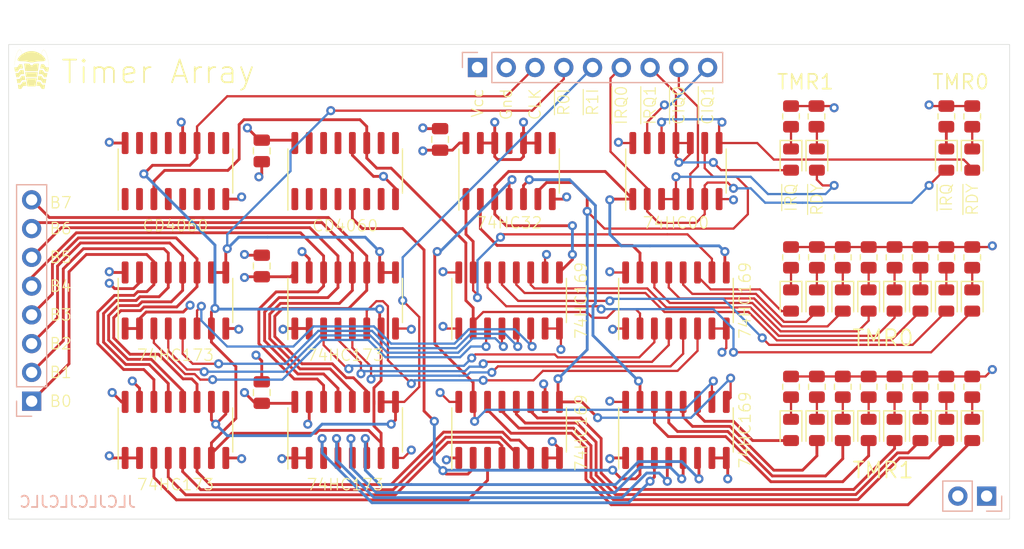
<source format=kicad_pcb>
(kicad_pcb (version 20211014) (generator pcbnew)
  (layers (0 "F.Cu" signal) (1 "In1.Cu" signal) (2 "In2.Cu" signal) (31 "B.Cu" signal) (34 "B.Paste" user) (35 "F.Paste" user) (36 "B.SilkS" user "B.Silkscreen") (37 "F.SilkS" user "F.Silkscreen") (38 "B.Mask" user) (39 "F.Mask" user) (44 "Edge.Cuts" user))
  (net 0 "")
  (net 1 "VCC")
  (net 2 "GND")
  (net 3 "CPU_CLOCK")
  (net 4 "Net-(U1-Pad1)")
  (net 5 "Net-(U1-Pad2)")
  (net 8 "BUS0")
  (net 9 "BUS1")
  (net 10 "BUS2")
  (net 11 "BUS3")
  (net 12 "BUS4")
  (net 13 "BUS5")
  (net 14 "BUS6")
  (net 15 "BUS7")
  (net 16 "~{SET_RELOAD_VALUE0}")
  (net 17 "~{SET_RELOAD_VALUE1}")
  (net 18 "~{TIMER_INT_REQ_0}")
  (net 19 "~{TIMER_INT_REQ_1}")
  (net 20 "Net-(U1-Pad4)")
  (net 21 "Net-(U1-Pad5)")
  (net 22 "~{SCLK8192}")
  (net 23 "/Reload Value Register/RELOAD0")
  (net 24 "/Reload Value Register/RELOAD1")
  (net 25 "/Reload Value Register/RELOAD2")
  (net 26 "/Reload Value Register/RELOAD3")
  (net 27 "~{SCLK131072}")
  (net 28 "/Reload Value Register1/RELOAD0")
  (net 29 "/Reload Value Register1/RELOAD1")
  (net 30 "/Reload Value Register1/RELOAD2")
  (net 31 "/Reload Value Register1/RELOAD3")
  (net 32 "/Reload Value Register/RELOAD4")
  (net 33 "/Reload Value Register/RELOAD5")
  (net 34 "/Reload Value Register/RELOAD6")
  (net 35 "/Reload Value Register/RELOAD7")
  (net 36 "/Reload Value Register1/RELOAD4")
  (net 37 "/Reload Value Register1/RELOAD5")
  (net 38 "/Reload Value Register1/RELOAD6")
  (net 39 "/Reload Value Register1/RELOAD7")
  (net 40 "Net-(D1-Pad1)")
  (net 41 "Net-(D2-Pad1)")
  (net 42 "~{CLR_TIMER_INT_REQ_0}")
  (net 43 "~{CLR_TIMER_INT_REQ_1}")
  (net 44 "Net-(U1-Pad3)")
  (net 45 "Net-(U1-Pad6)")
  (net 68 "Net-(D3-Pad1)")
  (net 69 "/T0_7")
  (net 70 "Net-(D4-Pad1)")
  (net 71 "/T1_7")
  (net 72 "Net-(D5-Pad1)")
  (net 73 "/T0_6")
  (net 74 "Net-(D6-Pad1)")
  (net 75 "/T1_6")
  (net 76 "Net-(D7-Pad1)")
  (net 77 "/T0_5")
  (net 78 "Net-(D8-Pad1)")
  (net 79 "/T1_5")
  (net 80 "Net-(D9-Pad1)")
  (net 81 "/T0_4")
  (net 82 "Net-(D10-Pad1)")
  (net 83 "/T1_4")
  (net 84 "Net-(D11-Pad1)")
  (net 85 "/T0_3")
  (net 86 "Net-(D12-Pad1)")
  (net 87 "/T1_3")
  (net 88 "Net-(D13-Pad1)")
  (net 89 "/T0_2")
  (net 90 "Net-(D14-Pad1)")
  (net 91 "/T1_2")
  (net 92 "Net-(D15-Pad1)")
  (net 93 "/T0_1")
  (net 94 "Net-(D16-Pad1)")
  (net 95 "/T1_1")
  (net 96 "Net-(D17-Pad1)")
  (net 97 "/T0_0")
  (net 98 "Net-(D18-Pad1)")
  (net 99 "/T1_0")
  (net 100 "Net-(D19-Pad1)")
  (net 101 "~{!TIMER_INT_REQ_0}")
  (net 102 "Net-(D20-Pad1)")
  (net 103 "~{!TIMER_INT_REQ_1}")
  (footprint "Resistor_SMD:R_0805_2012Metric" (layer "F.Cu") (at 165.862 104.902 90)
    (fp_text reference "R3" hide)
    (fp_text value "R_Small_US" hide)
  )
  (footprint "Resistor_SMD:R_0805_2012Metric" (layer "F.Cu") (at 179.578 92.456 90)
    (fp_text reference "R2" hide)
    (fp_text value "R_Small_US" hide)
  )
  (footprint "LED_SMD:LED_0805_2012Metric" (layer "F.Cu") (at 177.292 120.142 -90)
    (fp_text reference "D14" hide)
    (fp_text value "LED" hide)
  )
  (footprint "Resistor_SMD:R_0805_2012Metric" (layer "F.Cu") (at 181.864 104.902 90)
    (fp_text reference "R17" hide)
    (fp_text value "R_Small_US" hide)
  )
  (footprint "Package_SO:SOIC-16_3.9x9.9mm_P1.27mm" (layer "F.Cu") (at 140.97 120.142 90)
    (fp_text reference "U3" hide)
    (fp_text value "74LS169" hide)
  )
  (footprint "LED_SMD:LED_0805_2012Metric" (layer "F.Cu") (at 172.72 108.712 -90)
    (fp_text reference "D9" hide)
    (fp_text value "LED" hide)
  )
  (footprint "LED_SMD:LED_0805_2012Metric" (layer "F.Cu") (at 181.864 96.266 -90)
    (fp_text reference "D20" hide)
    (fp_text value "LED" hide)
  )
  (footprint "Package_SO:SOIC-14_3.9x8.7mm_P1.27mm" (layer "F.Cu") (at 140.97 97.282 90)
    (fp_text reference "U1" hide)
    (fp_text value "74LS32" hide)
  )
  (footprint "LED_SMD:LED_0805_2012Metric" (layer "F.Cu") (at 181.864 120.142 -90)
    (fp_text reference "D18" hide)
    (fp_text value "LED" hide)
  )
  (footprint "LED_SMD:LED_0805_2012Metric" (layer "F.Cu") (at 165.862 96.266 -90)
    (fp_text reference "D1" hide)
    (fp_text value "LED" hide)
  )
  (footprint "LED_SMD:LED_0805_2012Metric" (layer "F.Cu") (at 175.006 120.142 -90)
    (fp_text reference "D12" hide)
    (fp_text value "LED" hide)
  )
  (footprint "LED_SMD:LED_0805_2012Metric" (layer "F.Cu") (at 179.578 96.266 -90)
    (fp_text reference "D2" hide)
    (fp_text value "LED" hide)
  )
  (footprint "Capacitor_SMD:C_0805_2012Metric" (layer "F.Cu") (at 134.874 94.488 90)
    (fp_text reference "C4" hide)
    (fp_text value "C" hide)
  )
  (footprint "Resistor_SMD:R_0805_2012Metric" (layer "F.Cu") (at 179.578 104.902 90)
    (fp_text reference "R15" hide)
    (fp_text value "R_Small_US" hide)
  )
  (footprint "LED_SMD:LED_0805_2012Metric" (layer "F.Cu") (at 170.434 120.142 -90)
    (fp_text reference "D8" hide)
    (fp_text value "LED" hide)
  )
  (footprint "Package_SO:SOIC-16_3.9x9.9mm_P1.27mm" (layer "F.Cu") (at 155.702 120.142 90)
    (fp_text reference "U5" hide)
    (fp_text value "74LS169" hide)
  )
  (footprint "LED_SMD:LED_0805_2012Metric" (layer "F.Cu") (at 179.578 120.142 -90)
    (fp_text reference "D16" hide)
    (fp_text value "LED" hide)
  )
  (footprint "LED_SMD:LED_0805_2012Metric" (layer "F.Cu") (at 181.864 108.712 -90)
    (fp_text reference "D17" hide)
    (fp_text value "LED" hide)
  )
  (footprint "Resistor_SMD:R_0805_2012Metric" (layer "F.Cu") (at 168.148 116.332 90)
    (fp_text reference "R6" hide)
    (fp_text value "R_Small_US" hide)
  )
  (footprint "Resistor_SMD:R_0805_2012Metric" (layer "F.Cu") (at 165.862 92.456 90)
    (fp_text reference "R1" hide)
    (fp_text value "R_Small_US" hide)
  )
  (footprint "Resistor_SMD:R_0805_2012Metric" (layer "F.Cu") (at 179.578 116.332 90)
    (fp_text reference "R16" hide)
    (fp_text value "R_Small_US" hide)
  )
  (footprint "LED_SMD:LED_0805_2012Metric" (layer "F.Cu") (at 168.148 108.712 -90)
    (fp_text reference "D5" hide)
    (fp_text value "LED" hide)
  )
  (footprint "Package_SO:SOIC-16_3.9x9.9mm_P1.27mm" (layer "F.Cu") (at 140.97 108.712 90)
    (fp_text reference "U2" hide)
    (fp_text value "74LS169" hide)
  )
  (footprint "Resistor_SMD:R_0805_2012Metric" (layer "F.Cu") (at 177.292 104.902 90)
    (fp_text reference "R13" hide)
    (fp_text value "R_Small_US" hide)
  )
  (footprint "Package_SO:SOIC-16_3.9x9.9mm_P1.27mm" (layer "F.Cu") (at 111.506 120.142 90)
    (fp_text reference "U10" hide)
    (fp_text value "74LS173" hide)
  )
  (footprint "Resistor_SMD:R_0805_2012Metric" (layer "F.Cu") (at 170.434 104.902 90)
    (fp_text reference "R7" hide)
    (fp_text value "R_Small_US" hide)
  )
  (footprint "LED_SMD:LED_0805_2012Metric" (layer "F.Cu") (at 179.578 108.712 -90)
    (fp_text reference "D15" hide)
    (fp_text value "LED" hide)
  )
  (footprint "Capacitor_SMD:C_0805_2012Metric" (layer "F.Cu") (at 119.126 95.504 -90)
    (fp_text reference "C2" hide)
    (fp_text value "C" hide)
  )
  (footprint "Resistor_SMD:R_0805_2012Metric" (layer "F.Cu") (at 168.148 104.902 90)
    (fp_text reference "R5" hide)
    (fp_text value "R_Small_US" hide)
  )
  (footprint "Resistor_SMD:R_0805_2012Metric" (layer "F.Cu") (at 172.72 104.902 90)
    (fp_text reference "R9" hide)
    (fp_text value "R_Small_US" hide)
  )
  (footprint "LED_SMD:LED_0805_2012Metric" (layer "F.Cu") (at 165.862 108.712 -90)
    (fp_text reference "D3" hide)
    (fp_text value "LED" hide)
  )
  (footprint "LED_SMD:LED_0805_2012Metric" (layer "F.Cu") (at 165.862 120.142 -90)
    (fp_text reference "D4" hide)
    (fp_text value "LED" hide)
  )
  (footprint "Package_SO:SOIC-16_3.9x9.9mm_P1.27mm" (layer "F.Cu") (at 111.506 108.712 90)
    (fp_text reference "U8" hide)
    (fp_text value "74LS173" hide)
  )
  (footprint "Resistor_SMD:R_0805_2012Metric" (layer "F.Cu") (at 170.434 116.332 90)
    (fp_text reference "R8" hide)
    (fp_text value "R_Small_US" hide)
  )
  (footprint "Resistor_SMD:R_0805_2012Metric" (layer "F.Cu") (at 172.72 116.332 90)
    (fp_text reference "R10" hide)
    (fp_text value "R_Small_US" hide)
  )
  (footprint "Resistor_SMD:R_0805_2012Metric" (layer "F.Cu") (at 181.864 92.456 90)
    (fp_text reference "R20" hide)
    (fp_text value "R_Small_US" hide)
  )
  (footprint "Resistor_SMD:R_0805_2012Metric" (layer "F.Cu") (at 165.862 116.332 90)
    (fp_text reference "R4" hide)
    (fp_text value "R_Small_US" hide)
  )
  (footprint "Stephenv6:trilobyte-logo-tiny" (layer "F.Cu") (at 98.796 82.426558)
    (fp_text reference "REF**" hide)
    (fp_text value "trilobyte-logo-tiny" hide)
  )
  (footprint "Package_SO:SOIC-16_3.9x9.9mm_P1.27mm" (layer "F.Cu") (at 126.492 97.282 90)
    (fp_text reference "U12" hide)
    (fp_text value "CD4060" hide)
  )
  (footprint "Package_SO:SOIC-14_3.9x8.7mm_P1.27mm" (layer "F.Cu") (at 155.702 97.282 90)
    (fp_text reference "U6" hide)
    (fp_text value "74LS00" hide)
  )
  (footprint "Capacitor_SMD:C_0805_2012Metric" (layer "F.Cu") (at 119.126 116.84 90)
    (fp_text reference "C3" hide)
    (fp_text value "C" hide)
  )
  (footprint "LED_SMD:LED_0805_2012Metric" (layer "F.Cu") (at 168.148 96.266 -90)
    (fp_text reference "D19" hide)
    (fp_text value "LED" hide)
  )
  (footprint "LED_SMD:LED_0805_2012Metric" (layer "F.Cu") (at 175.006 108.712 -90)
    (fp_text reference "D11" hide)
    (fp_text value "LED" hide)
  )
  (footprint "Resistor_SMD:R_0805_2012Metric" (layer "F.Cu") (at 168.111 92.456 90)
    (fp_text reference "R19" hide)
    (fp_text value "R_Small_US" hide)
  )
  (footprint "LED_SMD:LED_0805_2012Metric" (layer "F.Cu") (at 170.434 108.712 -90)
    (fp_text reference "D7" hide)
    (fp_text value "LED" hide)
  )
  (footprint "Package_SO:SOIC-16_3.9x9.9mm_P1.27mm" (layer "F.Cu") (at 111.506 97.282 90)
    (fp_text reference "U7" hide)
    (fp_text value "CD4060" hide)
  )
  (footprint "LED_SMD:LED_0805_2012Metric" (layer "F.Cu") (at 172.72 120.142 -90)
    (fp_text reference "D10" hide)
    (fp_text value "LED" hide)
  )
  (footprint "Package_SO:SOIC-16_3.9x9.9mm_P1.27mm" (layer "F.Cu") (at 155.702 108.712 90)
    (fp_text reference "U4" hide)
    (fp_text value "74LS169" hide)
  )
  (footprint "Package_SO:SOIC-16_3.9x9.9mm_P1.27mm" (layer "F.Cu") (at 126.492 120.142 90)
    (fp_text reference "U11" hide)
    (fp_text value "74LS173" hide)
  )
  (footprint "LED_SMD:LED_0805_2012Metric" (layer "F.Cu") (at 168.148 120.142 -90)
    (fp_text reference "D6" hide)
    (fp_text value "LED" hide)
  )
  (footprint "Package_SO:SOIC-16_3.9x9.9mm_P1.27mm" (layer "F.Cu") (at 126.492 108.712 90)
    (fp_text reference "U9" hide)
    (fp_text value "74LS173" hide)
  )
  (footprint "Capacitor_SMD:C_0805_2012Metric" (layer "F.Cu") (at 119.126 105.664 90)
    (fp_text reference "C1" hide)
    (fp_text value "C" hide)
  )
  (footprint "Resistor_SMD:R_0805_2012Metric" (layer "F.Cu") (at 175.006 116.332 90)
    (fp_text reference "R12" hide)
    (fp_text value "R_Small_US" hide)
  )
  (footprint "Resistor_SMD:R_0805_2012Metric" (layer "F.Cu") (at 177.292 116.332 90)
    (fp_text reference "R14" hide)
    (fp_text value "R_Small_US" hide)
  )
  (footprint "Resistor_SMD:R_0805_2012Metric" (layer "F.Cu") (at 175.006 104.902 90)
    (fp_text reference "R11" hide)
    (fp_text value "R_Small_US" hide)
  )
  (footprint "Resistor_SMD:R_0805_2012Metric" (layer "F.Cu") (at 181.864 116.332 90)
    (fp_text reference "R18" hide)
    (fp_text value "R_Small_US" hide)
  )
  (footprint "LED_SMD:LED_0805_2012Metric" (layer "F.Cu") (at 177.292 108.712 -90)
    (fp_text reference "D13" hide)
    (fp_text value "LED" hide)
  )
  (footprint "Connector_PinHeader_2.54mm:PinHeader_1x08_P2.54mm_Vertical" (layer "B.Cu") (at 98.806 117.602)
    (fp_text reference "J1" hide)
    (fp_text value "Conn_01x08" hide)
  )
  (footprint "Connector_PinHeader_2.54mm:PinHeader_1x02_P2.54mm_Vertical" (layer "B.Cu") (at 183.134 125.984 90)
    (fp_text reference "J3" hide)
    (fp_text value "Conn_01x02")
  )
  (footprint "Connector_PinHeader_2.54mm:PinHeader_1x09_P2.54mm_Vertical" (layer "B.Cu") (at 138.176 88.138 -90)
    (fp_text reference "J2" hide)
    (fp_text value "Conn_01x09" hide)
  )
  (gr_rect (start 96.774 86.106) (end 185.166 128.016) (layer "Edge.Cuts") (width 0.05) (fill none))
  (gr_text "JLCJLCJLCJLC" (at 102.87 126.492) (layer "B.SilkS") (effects (font (size 1 1)) (justify mirror)))
  (gr_text "74HC173" (at 111.506 113.538) (layer "F.SilkS") (effects (font (size 1 1) (thickness 0.1))))
  (gr_text "B4" (at 100.33 107.442) (layer "F.SilkS") (effects (font (size 1 1) (thickness 0.1)) (justify left)))
  (gr_text "~{CIQ0}" (at 155.956 89.662 90) (layer "F.SilkS") (effects (font (size 1 1) (thickness 0.1)) (justify right)))
  (gr_text "CD4060" (at 111.506 102.108) (layer "F.SilkS") (effects (font (size 1 1) (thickness 0.1))))
  (gr_text "B0" (at 100.33 117.602) (layer "F.SilkS") (effects (font (size 1 1) (thickness 0.1)) (justify left)))
  (gr_text "TMR1" (at 167.132 89.408) (layer "F.SilkS") (effects (font (size 1.3 1.3))))
  (gr_text "TMR1" (at 173.99 123.698) (layer "F.SilkS") (effects (font (size 1.4 1.4))))
  (gr_text "~{RDY}" (at 181.864 98.298 90) (layer "F.SilkS") (effects (font (size 1 1) (thickness 0.1)) (justify right)))
  (gr_text "~{IRQ}" (at 165.862 98.298 90) (layer "F.SilkS") (effects (font (size 1 1) (thickness 0.1)) (justify right)))
  (gr_text "Vcc" (at 138.176 89.916 90) (layer "F.SilkS") (effects (font (size 1 1) (thickness 0.1)) (justify right)))
  (gr_text "TMR0" (at 173.99 112.014) (layer "F.SilkS") (effects (font (size 1.4 1.4))))
  (gr_text "74HC00" (at 155.702 101.854) (layer "F.SilkS") (effects (font (size 1 1) (thickness 0.1))))
  (gr_text "74HC32" (at 140.97 101.854) (layer "F.SilkS") (effects (font (size 1 1) (thickness 0.1))))
  (gr_text "B6" (at 100.33 102.362) (layer "F.SilkS") (effects (font (size 1 1) (thickness 0.1)) (justify left)))
  (gr_text "~{CIQ1}" (at 158.496 89.662 90) (layer "F.SilkS") (effects (font (size 1 1) (thickness 0.1)) (justify right)))
  (gr_text "Gnd" (at 140.716 89.916 90) (layer "F.SilkS") (effects (font (size 1 1) (thickness 0.1)) (justify right)))
  (gr_text "CD4060" (at 126.492 102.108) (layer "F.SilkS") (effects (font (size 1 1) (thickness 0.1))))
  (gr_text "74HC169" (at 147.32 120.396 90) (layer "F.SilkS") (effects (font (size 1 1) (thickness 0.1))))
  (gr_text "B1" (at 100.33 115.062) (layer "F.SilkS") (effects (font (size 1 1) (thickness 0.1)) (justify left)))
  (gr_text "B5" (at 100.33 104.902) (layer "F.SilkS") (effects (font (size 1 1) (thickness 0.1)) (justify left)))
  (gr_text "B3" (at 100.33 109.982) (layer "F.SilkS") (effects (font (size 1 1) (thickness 0.1)) (justify left)))
  (gr_text "~{IRQ1}" (at 153.416 89.662 90) (layer "F.SilkS") (effects (font (size 1 1) (thickness 0.1)) (justify right)))
  (gr_text "~{IRQ}" (at 179.578 98.298 90) (layer "F.SilkS") (effects (font (size 1 1) (thickness 0.1)) (justify right)))
  (gr_text "TMR0" (at 180.848 89.408) (layer "F.SilkS") (effects (font (size 1.3 1.3))))
  (gr_text "B2" (at 100.33 112.522) (layer "F.SilkS") (effects (font (size 1 1) (thickness 0.1)) (justify left)))
  (gr_text "74HC169" (at 161.798 120.142 90) (layer "F.SilkS") (effects (font (size 1 1) (thickness 0.1))))
  (gr_text "B7" (at 100.33 100.076) (layer "F.SilkS") (effects (font (size 1 1) (thickness 0.1)) (justify left)))
  (gr_text "Timer Array" (at 109.972 88.522558) (layer "F.SilkS") (effects (font (size 2 2))))
  (gr_text "~{RDY}" (at 168.148 98.298 90) (layer "F.SilkS") (effects (font (size 1 1) (thickness 0.1)) (justify right)))
  (gr_text "~{IRQ0}" (at 150.876 89.662 90) (layer "F.SilkS") (effects (font (size 1 1) (thickness 0.1)) (justify right)))
  (gr_text "74HC173" (at 126.492 113.538) (layer "F.SilkS") (effects (font (size 1 1) (thickness 0.1))))
  (gr_text "CLK" (at 143.256 89.916 90) (layer "F.SilkS") (effects (font (size 1 1) (thickness 0.1)) (justify right)))
  (gr_text "74HC173" (at 111.506 124.968) (layer "F.SilkS") (effects (font (size 1 1) (thickness 0.1))))
  (gr_text "74HC169" (at 161.798 108.712 90) (layer "F.SilkS") (effects (font (size 1 1) (thickness 0.1))))
  (gr_text "~{R1I}" (at 148.336 89.916 90) (layer "F.SilkS") (effects (font (size 1 1) (thickness 0.1)) (justify right)))
  (gr_text "~{R0I}" (at 145.796 89.916 90) (layer "F.SilkS") (effects (font (size 1 1) (thickness 0.1)) (justify right)))
  (gr_text "74HC173" (at 126.492 124.968) (layer "F.SilkS") (effects (font (size 1 1) (thickness 0.1))))
  (gr_text "74HC169" (at 147.32 108.712 90) (layer "F.SilkS") (effects (font (size 1 1) (thickness 0.1))))
  (segment (start 149.925 106.237) (end 149.86 106.172) (width 0.2) (layer "F.Cu") (net 1))
  (segment (start 135.701 117.667) (end 134.874 116.84) (width 0.2) (layer "F.Cu") (net 1))
  (segment (start 107.061 94.807) (end 105.729 94.807) (width 0.25) (layer "F.Cu") (net 1))
  (segment (start 117.668 106.614) (end 117.602 106.68) (width 0.25) (layer "F.Cu") (net 1))
  (segment (start 151.257 106.237) (end 149.925 106.237) (width 0.2) (layer "F.Cu") (net 1))
  (segment (start 118.552 117.79) (end 117.602 116.84) (width 0.25) (layer "F.Cu") (net 1))
  (segment (start 135.956 95.438) (end 136.587 94.807) (width 0.25) (layer "F.Cu") (net 1))
  (segment (start 150.687 94.807) (end 150.622 94.742) (width 0.2) (layer "F.Cu") (net 1))
  (segment (start 136.587 94.807) (end 137.16 94.807) (width 0.25) (layer "F.Cu") (net 1))
  (segment (start 134.874 95.438) (end 135.956 95.438) (width 0.25) (layer "F.Cu") (net 1))
  (segment (start 134.874 95.438) (end 133.416 95.438) (width 0.25) (layer "F.Cu") (net 1))
  (segment (start 119.126 94.554) (end 121.794 94.554) (width 0.25) (layer "F.Cu") (net 1))
  (segment (start 107.061 106.237) (end 105.729 106.237) (width 0.25) (layer "F.Cu") (net 1))
  (segment (start 149.925 117.667) (end 149.86 117.602) (width 0.2) (layer "F.Cu") (net 1))
  (segment (start 118.938 94.554) (end 117.856 93.472) (width 0.25) (layer "F.Cu") (net 1))
  (segment (start 119.126 94.554) (end 118.938 94.554) (width 0.25) (layer "F.Cu") (net 1))
  (segment (start 105.729 106.237) (end 105.664 106.172) (width 0.25) (layer "F.Cu") (net 1))
  (segment (start 135.193 106.237) (end 135.128 106.172) (width 0.2) (layer "F.Cu") (net 1))
  (segment (start 119.126 117.79) (end 118.552 117.79) (width 0.25) (layer "F.Cu") (net 1))
  (segment (start 121.794 94.554) (end 122.047 94.807) (width 0.25) (layer "F.Cu") (net 1))
  (segment (start 105.729 94.807) (end 105.664 94.742) (width 0.25) (layer "F.Cu") (net 1))
  (segment (start 107.061 117.667) (end 106.745 117.667) (width 0.25) (layer "F.Cu") (net 1))
  (segment (start 133.416 95.438) (end 133.35 95.504) (width 0.25) (layer "F.Cu") (net 1))
  (segment (start 136.525 117.667) (end 135.701 117.667) (width 0.2) (layer "F.Cu") (net 1))
  (segment (start 151.257 117.667) (end 149.925 117.667) (width 0.2) (layer "F.Cu") (net 1))
  (segment (start 106.745 117.667) (end 105.918 116.84) (width 0.25) (layer "F.Cu") (net 1))
  (segment (start 151.892 94.807) (end 150.687 94.807) (width 0.2) (layer "F.Cu") (net 1))
  (segment (start 119.126 117.79) (end 121.924 117.79) (width 0.25) (layer "F.Cu") (net 1))
  (segment (start 121.67 106.614) (end 122.047 106.237) (width 0.25) (layer "F.Cu") (net 1))
  (segment (start 119.126 106.614) (end 117.668 106.614) (width 0.25) (layer "F.Cu") (net 1))
  (segment (start 136.525 106.237) (end 135.193 106.237) (width 0.2) (layer "F.Cu") (net 1))
  (segment (start 119.126 106.614) (end 121.67 106.614) (width 0.25) (layer "F.Cu") (net 1))
  (segment (start 121.924 117.79) (end 122.047 117.667) (width 0.25) (layer "F.Cu") (net 1))
  (via (at 149.86 117.602) (size 0.8) (drill 0.4) (layers "F.Cu" "B.Cu") (net 1))
  (via (at 105.918 116.84) (size 0.8) (drill 0.4) (layers "F.Cu" "B.Cu") (net 1))
  (via (at 117.602 116.84) (size 0.8) (drill 0.4) (layers "F.Cu" "B.Cu") (net 1))
  (via (at 133.35 95.504) (size 0.8) (drill 0.4) (layers "F.Cu" "B.Cu") (net 1))
  (via (at 105.664 106.172) (size 0.8) (drill 0.4) (layers "F.Cu" "B.Cu") (net 1))
  (via (at 117.602 106.68) (size 0.8) (drill 0.4) (layers "F.Cu" "B.Cu") (net 1))
  (via (at 134.874 116.84) (size 0.8) (drill 0.4) (layers "F.Cu" "B.Cu") (net 1))
  (via (at 117.856 93.472) (size 0.8) (drill 0.4) (layers "F.Cu" "B.Cu") (net 1))
  (via (at 135.128 106.172) (size 0.8) (drill 0.4) (layers "F.Cu" "B.Cu") (net 1))
  (via (at 149.86 106.172) (size 0.8) (drill 0.4) (layers "F.Cu" "B.Cu") (net 1))
  (via (at 105.664 94.742) (size 0.8) (drill 0.4) (layers "F.Cu" "B.Cu") (net 1))
  (via (at 150.622 94.742) (size 0.8) (drill 0.4) (layers "F.Cu" "B.Cu") (net 1))
  (segment (start 112.19799 109.728) (end 112.796615 109.129375) (width 0.25) (layer "F.Cu") (net 2))
  (segment (start 159.512 99.757) (end 160.717 99.757) (width 0.2) (layer "F.Cu") (net 2))
  (segment (start 130.937 122.617) (end 131.637 122.617) (width 0.2) (layer "F.Cu") (net 2))
  (segment (start 108.922542 109.728) (end 112.19799 109.728) (width 0.25) (layer "F.Cu") (net 2))
  (segment (start 108.331 107.141022) (end 107.810511 107.661511) (width 0.25) (layer "F.Cu") (net 2))
  (segment (start 144.145 117.667) (end 144.145 116.205) (width 0.25) (layer "F.Cu") (net 2))
  (segment (start 130.937 99.757) (end 130.937 98.815167) (width 0.25) (layer "F.Cu") (net 2))
  (segment (start 145.415 122.617) (end 145.415 121.793) (width 0.25) (layer "F.Cu") (net 2))
  (segment (start 145.415 121.793) (end 144.78 121.158) (width 0.25) (layer "F.Cu") (net 2))
  (segment (start 145.861 99.757) (end 146.05 99.568) (width 0.25) (layer "F.Cu") (net 2))
  (segment (start 115.951 122.617) (end 117.283 122.617) (width 0.25) (layer "F.Cu") (net 2))
  (segment (start 160.147 111.187) (end 160.147 112.903) (width 0.2) (layer "F.Cu") (net 2))
  (segment (start 132.269 111.187) (end 132.334 111.252) (width 0.2) (layer "F.Cu") (net 2))
  (segment (start 128.9945 97.7525) (end 129.874333 97.7525) (width 0.25) (layer "F.Cu") (net 2))
  (segment (start 144.145 111.187) (end 145.415 111.187) (width 0.2) (layer "F.Cu") (net 2))
  (segment (start 108.331 116.459) (end 107.696 115.824) (width 0.25) (layer "F.Cu") (net 2))
  (segment (start 141.986 96.266) (end 142.24 96.012) (width 0.25) (layer "F.Cu") (net 2))
  (segment (start 145.415 111.187) (end 145.542 111.314) (width 0.2) (layer "F.Cu") (net 2))
  (segment (start 134.874 93.538) (end 133.416 93.538) (width 0.25) (layer "F.Cu") (net 2))
  (segment (start 135.317 111.187) (end 135.128 110.998) (width 0.2) (layer "F.Cu") (net 2))
  (segment (start 144.145 122.617) (end 145.415 122.617) (width 0.25) (layer "F.Cu") (net 2))
  (segment (start 181.864 91.5435) (end 179.578 91.5435) (width 0.2) (layer "F.Cu") (net 2))
  (segment (start 142.24 94.807) (end 142.24 92.964) (width 0.25) (layer "F.Cu") (net 2))
  (segment (start 117.159 99.757) (end 117.348 99.568) (width 0.25) (layer "F.Cu") (net 2))
  (segment (start 119.126 97.536) (end 118.872 97.79) (width 0.25) (layer "F.Cu") (net 2))
  (segment (start 160.717 99.757) (end 160.782 99.822) (width 0.2) (layer "F.Cu") (net 2))
  (segment (start 123.317 117.667) (end 123.317 119.507) (width 0.25) (layer "F.Cu") (net 2))
  (segment (start 108.331 110.319542) (end 108.922542 109.728) (width 0.25) (layer "F.Cu") (net 2))
  (segment (start 160.147 122.617) (end 160.274 122.744) (width 0.25) (layer "F.Cu") (net 2))
  (segment (start 123.317 119.507) (end 123.19 119.634) (width 0.25) (layer "F.Cu") (net 2))
  (segment (start 165.862 115.4195) (end 181.864 115.4195) (width 0.2) (layer "F.Cu") (net 2))
  (segment (start 139.954 96.266) (end 141.986 96.266) (width 0.25) (layer "F.Cu") (net 2))
  (segment (start 115.951 111.187) (end 117.029 111.187) (width 0.25) (layer "F.Cu") (net 2))
  (segment (start 112.141 93.091) (end 112.014 92.964) (width 0.25) (layer "F.Cu") (net 2))
  (segment (start 181.864 115.4195) (end 183.0305 115.4195) (width 0.2) (layer "F.Cu") (net 2))
  (segment (start 151.257 111.187) (end 150.179 111.187) (width 0.2) (layer "F.Cu") (net 2))
  (segment (start 139.7 94.807) (end 139.7 96.012) (width 0.25) (layer "F.Cu") (net 2))
  (segment (start 144.145 106.237) (end 144.145 104.775) (width 0.2) (layer "F.Cu") (net 2))
  (segment (start 144.145 116.205) (end 144.018 116.078) (width 0.25) (layer "F.Cu") (net 2))
  (segment (start 133.416 93.538) (end 133.35 93.472) (width 0.25) (layer "F.Cu") (net 2))
  (segment (start 122.047 111.187) (end 123.317 111.187) (width 0.25) (layer "F.Cu") (net 2))
  (segment (start 160.147 122.617) (end 158.877 122.617) (width 0.25) (layer "F.Cu") (net 2))
  (segment (start 160.147 111.187) (end 158.877 111.187) (width 0.2) (layer "F.Cu") (net 2))
  (segment (start 122.047 111.187) (end 121.068522 111.187) (width 0.25) (layer "F.Cu") (net 2))
  (segment (start 119.126 96.454) (end 119.126 97.536) (width 0.25) (layer "F.Cu") (net 2))
  (segment (start 108.331 106.237) (end 108.331 107.141022) (width 0.25) (layer "F.Cu") (net 2))
  (segment (start 119.126 115.89) (end 119.126 114.046) (width 0.25) (layer "F.Cu") (net 2))
  (segment (start 183.642 103.886) (end 183.5385 103.9895) (width 0.2) (layer "F.Cu") (net 2))
  (segment (start 117.283 122.617) (end 117.348 122.682) (width 0.25) (layer "F.Cu") (net 2))
  (segment (start 160.147 112.903) (end 159.766 113.284) (width 0.2) (layer "F.Cu") (net 2))
  (segment (start 139.7 94.807) (end 139.7 92.964) (width 0.25) (layer "F.Cu") (net 2))
  (segment (start 168.111 91.5435) (end 169.5215 91.5435) (width 0.2) (layer "F.Cu") (net 2))
  (segment (start 183.5385 103.9895) (end 165.862 103.9895) (width 0.2) (layer "F.Cu") (net 2))
  (segment (start 149.925 122.617) (end 149.86 122.682) (width 0.25) (layer "F.Cu") (net 2))
  (segment (start 131.637 122.617) (end 132.334 121.92) (width 0.2) (layer "F.Cu") (net 2))
  (segment (start 107.810511 107.661511) (end 106.137511 107.661511) (width 0.25) (layer "F.Cu") (net 2))
  (segment (start 115.951 99.757) (end 117.159 99.757) (width 0.25) (layer "F.Cu") (net 2))
  (segment (start 106.137511 107.661511) (end 105.664 107.188) (width 0.25) (layer "F.Cu") (net 2))
  (segment (start 127.127 94.807) (end 127.127 95.885) (width 0.25) (layer "F.Cu") (net 2))
  (segment (start 123.317 122.617) (end 120.969 122.617) (width 0.25) (layer "F.Cu") (net 2))
  (segment (start 160.274 122.744) (end 160.274 124.46) (width 0.25) (layer "F.Cu") (net 2))
  (segment (start 119.126 104.714) (end 117.668 104.714) (width 0.25) (layer "F.Cu") (net 2))
  (segment (start 105.853 122.617) (end 105.664 122.428) (width 0.25) (layer "F.Cu") (net 2))
  (segment (start 144.145 104.775) (end 144.272 104.648) (width 0.2) (layer "F.Cu") (net 2))
  (segment (start 151.257 122.617) (end 149.925 122.617) (width 0.25) (layer "F.Cu") (net 2))
  (segment (start 107.061 122.617) (end 108.331 122.617) (width 0.25) (layer "F.Cu") (net 2))
  (segment (start 107.061 122.617) (end 105.853 122.617) (width 0.25) (layer "F.Cu") (net 2))
  (segment (start 123.317 105.029) (end 122.682 104.394) (width 0.25) (layer "F.Cu") (net 2))
  (segment (start 130.937 98.815167) (end 129.874333 97.7525) (width 0.25) (layer "F.Cu") (net 2))
  (segment (start 117.668 104.714) (end 117.602 104.648) (width 0.25) (layer "F.Cu") (net 2))
  (segment (start 150.179 111.187) (end 150.114 111.252) (width 0.2) (layer "F.Cu") (net 2))
  (segment (start 136.525 122.617) (end 135.59838 122.617) (width 0.25) (layer "F.Cu") (net 2))
  (segment (start 179.578 91.5435) (end 178.1575 91.5435) (width 0.2) (layer "F.Cu") (net 2))
  (segment (start 120.969 122.617) (end 120.904 122.682) (width 0.25) (layer "F.Cu") (net 2))
  (segment (start 169.5215 91.5435) (end 169.672 91.694) (width 0.2) (layer "F.Cu") (net 2))
  (segment (start 127.127 95.885) (end 128.9945 97.7525) (width 0.25) (layer "F.Cu") (net 2))
  (segment (start 107.061 111.187) (end 108.331 111.187) (width 0.25) (layer "F.Cu") (net 2))
  (segment (start 112.141 94.807) (end 112.141 93.091) (width 0.25) (layer "F.Cu") (net 2))
  (segment (start 135.59838 122.617) (end 135.430978 122.784402) (width 0.25) (layer "F.Cu") (net 2))
  (segment (start 139.7 96.012) (end 139.954 96.266) (width 0.25) (layer "F.Cu") (net 2))
  (segment (start 123.317 106.237) (end 123.317 105.029) (width 0.25) (layer "F.Cu") (net 2))
  (segment (start 119.126 114.046) (end 118.618 113.538) (width 0.25) (layer "F.Cu") (net 2))
  (segment (start 168.111 91.5435) (end 165.862 91.5435) (width 0.2) (layer "F.Cu") (net 2))
  (segment (start 121.068522 111.187) (end 121.003522 111.252) (width 0.25) (layer "F.Cu") (net 2))
  (segment (start 142.24 94.807) (end 143.51 94.807) (width 0.25) (layer "F.Cu") (net 2))
  (segment (start 139.7 94.807) (end 138.43 94.807) (width 0.25) (layer "F.Cu") (net 2))
  (segment (start 183.0305 115.4195) (end 183.642 114.808) (width 0.2) (layer "F.Cu") (net 2))
  (segment (start 108.331 111.187) (end 108.331 110.319542) (width 0.25) (layer "F.Cu") (net 2))
  (segment (start 142.24 96.012) (end 142.24 94.807) (width 0.25) (layer "F.Cu") (net 2))
  (segment (start 130.937 111.187) (end 132.269 111.187) (width 0.2) (layer "F.Cu") (net 2))
  (segment (start 136.525 111.187) (end 135.317 111.187) (width 0.2) (layer "F.Cu") (net 2))
  (segment (start 145.542 111.314) (end 145.542 113.03) (width 0.2) (layer "F.Cu") (net 2))
  (segment (start 178.1575 91.5435) (end 178.054 91.44) (width 0.2) (layer "F.Cu") (net 2))
  (segment (start 144.78 99.757) (end 145.861 99.757) (width 0.25) (layer "F.Cu") (net 2))
  (segment (start 108.331 117.667) (end 108.331 116.459) (width 0.25) (layer "F.Cu") (net 2))
  (segment (start 117.029 111.187) (end 117.094 111.252) (width 0.25) (layer "F.Cu") (net 2))
  (via (at 139.7 92.964) (size 0.8) (drill 0.4) (layers "F.Cu" "B.Cu") (net 2))
  (via (at 122.682 104.394) (size 0.8) (drill 0.4) (layers "F.Cu" "B.Cu") (net 2))
  (via (at 144.78 121.158) (size 0.8) (drill 0.4) (layers "F.Cu" "B.Cu") (net 2))
  (via (at 118.872 97.79) (size 0.8) (drill 0.4) (layers "F.Cu" "B.Cu") (net 2))
  (via (at 142.24 92.964) (size 0.8) (drill 0.4) (layers "F.Cu" "B.Cu") (net 2))
  (via (at 150.114 111.252) (size 0.8) (drill 0.4) (layers "F.Cu" "B.Cu") (net 2))
  (via (at 123.19 119.634) (size 0.8) (drill 0.4) (layers "F.Cu" "B.Cu") (net 2))
  (via (at 117.094 111.252) (size 0.8) (drill 0.4) (layers "F.Cu" "B.Cu") (net 2))
  (via (at 132.334 121.92) (size 0.8) (drill 0.4) (layers "F.Cu" "B.Cu") (net 2))
  (via (at 118.618 113.538) (size 0.8) (drill 0.4) (layers "F.Cu" "B.Cu") (net 2))
  (via (at 149.86 122.682) (size 0.8) (drill 0.4) (layers "F.Cu" "B.Cu") (net 2))
  (via (at 117.348 122.682) (size 0.8) (drill 0.4) (layers "F.Cu" "B.Cu") (net 2))
  (via (at 160.782 99.822) (size 0.8) (drill 0.4) (layers "F.Cu" "B.Cu") (net 2))
  (via (at 135.128 110.998) (size 0.8) (drill 0.4) (layers "F.Cu" "B.Cu") (net 2))
  (via (at 117.602 104.648) (size 0.8) (drill 0.4) (layers "F.Cu" "B.Cu") (net 2))
  (via (at 129.874333 97.7525) (size 0.8) (drill 0.4) (layers "F.Cu" "B.Cu") (net 2))
  (via (at 178.054 91.44) (size 0.8) (drill 0.4) (layers "F.Cu" "B.Cu") (net 2))
  (via (at 105.664 122.428) (size 0.8) (drill 0.4) (layers "F.Cu" "B.Cu") (net 2))
  (via (at 120.904 122.682) (size 0.8) (drill 0.4) (layers "F.Cu" "B.Cu") (net 2))
  (via (at 121.003522 111.252) (size 0.8) (drill 0.4) (layers "F.Cu" "B.Cu") (net 2))
  (via (at 144.018 116.078) (size 0.8) (drill 0.4) (layers "F.Cu" "B.Cu") (net 2))
  (via (at 146.05 99.568) (size 0.8) (drill 0.4) (layers "F.Cu" "B.Cu") (net 2))
  (via (at 144.272 104.648) (size 0.8) (drill 0.4) (layers "F.Cu" "B.Cu") (net 2))
  (via (at 169.672 91.694) (size 0.8) (drill 0.4) (layers "F.Cu" "B.Cu") (net 2))
  (via (at 183.642 114.808) (size 0.8) (drill 0.4) (layers "F.Cu" "B.Cu") (net 2))
  (via (at 105.664 107.188) (size 0.8) (drill 0.4) (layers "F.Cu" "B.Cu") (net 2))
  (via (at 112.796615 109.129375) (size 0.8) (drill 0.4) (layers "F.Cu" "B.Cu") (net 2))
  (via (at 117.348 99.568) (size 0.8) (drill 0.4) (layers "F.Cu" "B.Cu") (net 2))
  (via (at 107.696 115.824) (size 0.8) (drill 0.4) (layers "F.Cu" "B.Cu") (net 2))
  (via (at 160.274 124.46) (size 0.8) (drill 0.4) (layers "F.Cu" "B.Cu") (net 2))
  (via (at 112.014 92.964) (size 0.8) (drill 0.4) (layers "F.Cu" "B.Cu") (net 2))
  (via (at 183.642 103.886) (size 0.8) (drill 0.4) (layers "F.Cu" "B.Cu") (net 2))
  (via (at 132.334 111.252) (size 0.8) (drill 0.4) (layers "F.Cu" "B.Cu") (net 2))
  (via (at 159.766 113.284) (size 0.8) (drill 0.4) (layers "F.Cu" "B.Cu") (net 2))
  (via (at 133.35 93.472) (size 0.8) (drill 0.4) (layers "F.Cu" "B.Cu") (net 2))
  (via (at 135.430978 122.784402) (size 0.8) (drill 0.4) (layers "F.Cu" "B.Cu") (net 2))
  (via (at 145.542 113.03) (size 0.8) (drill 0.4) (layers "F.Cu" "B.Cu") (net 2))
  (segment (start 116.488429 120.433499) (end 114.681 122.240928) (width 0.25) (layer "F.Cu") (net 3))
  (segment (start 140.716 90.678) (end 116.078 90.678) (width 0.2) (layer "F.Cu") (net 3))
  (segment (start 143.256 88.138) (end 140.716 90.678) (width 0.2) (layer "F.Cu") (net 3))
  (segment (start 114.681 122.240928) (end 114.681 122.617) (width 0.25) (layer "F.Cu") (net 3))
  (segment (start 129.54 109.474) (end 129.54 111.06) (width 0.25) (layer "F.Cu") (net 3))
  (segment (start 114.681 112.3864) (end 114.681 111.187) (width 0.25) (layer "F.Cu") (net 3))
  (segment (start 114.681 111.187) (end 114.681 109.725141) (width 0.25) (layer "F.Cu") (net 3))
  (segment (start 129.667 115.788611) (end 129.032 116.423611) (width 0.25) (layer "F.Cu") (net 3))
  (segment (start 112.776 96.774) (end 109.474 96.774) (width 0.25) (layer "F.Cu") (net 3))
  (segment (start 116.84 114.5454) (end 114.681 112.3864) (width 0.25) (layer "F.Cu") (net 3))
  (segment (start 129.667 121.2764) (end 128.570099 120.179499) (width 0.25) (layer "F.Cu") (net 3))
  (segment (start 116.84 119.126) (end 116.84 114.5454) (width 0.25) (layer "F.Cu") (net 3))
  (segment (start 129.032 119.792) (end 129.667 120.427) (width 0.25) (layer "F.Cu") (net 3))
  (segment (start 129.032 117.602) (end 129.032 119.792) (width 0.25) (layer "F.Cu") (net 3))
  (segment (start 129.667 111.187) (end 129.667 115.788611) (width 0.25) (layer "F.Cu") (net 3))
  (segment (start 124.159901 120.179499) (end 123.905901 120.433499) (width 0.25) (layer "F.Cu") (net 3))
  (segment (start 129.667 120.427) (end 129.667 122.617) (width 0.25) (layer "F.Cu") (net 3))
  (segment (start 114.681 121.285) (end 116.84 119.126) (width 0.25) (layer "F.Cu") (net 3))
  (segment (start 129.54 111.06) (end 129.667 111.187) (width 0.25) (layer "F.Cu") (net 3))
  (segment (start 113.411 94.807) (end 113.411 96.139) (width 0.25) (layer "F.Cu") (net 3))
  (segment (start 113.411 96.139) (end 112.776 96.774) (width 0.25) (layer "F.Cu") (net 3))
  (segment (start 129.667 122.617) (end 129.667 121.2764) (width 0.25) (layer "F.Cu") (net 3))
  (segment (start 116.078 90.678) (end 113.411 93.345) (width 0.2) (layer "F.Cu") (net 3))
  (segment (start 109.474 96.774) (end 108.712 97.536) (width 0.25) (layer "F.Cu") (net 3))
  (segment (start 129.032 116.423611) (end 129.032 117.856) (width 0.25) (layer "F.Cu") (net 3))
  (segment (start 114.681 109.725141) (end 114.994211 109.41193) (width 0.25) (layer "F.Cu") (net 3))
  (segment (start 113.411 93.345) (end 113.411 94.807) (width 0.2) (layer "F.Cu") (net 3))
  (segment (start 114.681 122.617) (end 114.681 121.285) (width 0.25) (layer "F.Cu") (net 3))
  (segment (start 128.570099 120.179499) (end 124.159901 120.179499) (width 0.25) (layer "F.Cu") (net 3))
  (segment (start 123.905901 120.433499) (end 116.488429 120.433499) (width 0.25) (layer "F.Cu") (net 3))
  (via (at 129.54 109.474) (size 0.8) (drill 0.4) (layers "F.Cu" "B.Cu") (net 3))
  (via (at 114.994211 109.41193) (size 0.8) (drill 0.4) (layers "F.Cu" "B.Cu") (net 3))
  (via (at 108.712 97.536) (size 0.8) (drill 0.4) (layers "F.Cu" "B.Cu") (net 3))
  (segment (start 108.712 97.536) (end 114.994211 103.818211) (width 0.25) (layer "B.Cu") (net 3))
  (segment (start 114.994211 103.818211) (end 114.994211 109.41193) (width 0.25) (layer "B.Cu") (net 3))
  (segment (start 129.54 109.474) (end 115.056281 109.474) (width 0.25) (layer "B.Cu") (net 3))
  (segment (start 115.056281 109.474) (end 114.994211 109.41193) (width 0.25) (layer "B.Cu") (net 3))
  (segment (start 156.718 102.87) (end 154.94 102.87) (width 0.2) (layer "F.Cu") (net 4))
  (segment (start 138.176 108.204) (end 137.795 107.823) (width 0.2) (layer "F.Cu") (net 4))
  (segment (start 140.462 102.87) (end 140.208 103.124) (width 0.2) (layer "F.Cu") (net 4))
  (segment (start 158.242 104.394) (end 156.718 102.87) (width 0.2) (layer "F.Cu") (net 4))
  (segment (start 137.795 103.505) (end 137.795 106.237) (width 0.25) (layer "F.Cu") (net 4))
  (segment (start 158.877 105.029) (end 158.242 104.394) (width 0.2) (layer "F.Cu") (net 4))
  (segment (start 158.877 106.237) (end 158.877 105.029) (width 0.2) (layer "F.Cu") (net 4))
  (segment (start 137.795 107.823) (end 137.795 106.237) (width 0.2) (layer "F.Cu") (net 4))
  (segment (start 137.16 102.87) (end 137.795 103.505) (width 0.25) (layer "F.Cu") (net 4))
  (segment (start 138.176 108.458) (end 138.176 108.204) (width 0.2) (layer "F.Cu") (net 4))
  (segment (start 137.16 99.757) (end 137.16 102.87) (width 0.25) (layer "F.Cu") (net 4))
  (segment (start 154.94 102.87) (end 140.462 102.87) (width 0.2) (layer "F.Cu") (net 4))
  (via (at 138.176 108.458) (size 0.8) (drill 0.4) (layers "F.Cu" "B.Cu") (net 4))
  (via (at 140.208 103.124) (size 0.8) (drill 0.4) (layers "F.Cu" "B.Cu") (net 4))
  (segment (start 140.208 103.124) (end 138.176 105.156) (width 0.2) (layer "B.Cu") (net 4))
  (segment (start 138.176 105.156) (end 138.176 108.458) (width 0.2) (layer "B.Cu") (net 4))
  (segment (start 152.527 104.521) (end 152.527 106.237) (width 0.25) (layer "F.Cu") (net 5))
  (segment (start 138.43 99.757) (end 138.43 102.3706) (width 0.25) (layer "F.Cu") (net 5))
  (segment (start 139.907901 103.848501) (end 151.854501 103.848501) (width 0.25) (layer "F.Cu") (net 5))
  (segment (start 138.43 102.3706) (end 139.907901 103.848501) (width 0.25) (layer "F.Cu") (net 5))
  (segment (start 151.854501 103.848501) (end 152.527 104.521) (width 0.25) (layer "F.Cu") (net 5))
  (segment (start 108.986042 107.929958) (end 108.177768 107.929958) (width 0.25) (layer "F.Cu") (net 8))
  (segment (start 108.177768 107.929958) (end 107.846696 108.26103) (width 0.25) (layer "F.Cu") (net 8))
  (segment (start 107.846696 108.26103) (end 106.11497 108.26103) (width 0.25) (layer "F.Cu") (net 8))
  (segment (start 108.712 114.808) (end 109.601 115.697) (width 0.25) (layer "F.Cu") (net 8))
  (segment (start 104.648 112.522) (end 106.934 114.808) (width 0.25) (layer "F.Cu") (net 8))
  (segment (start 106.11497 108.26103) (end 104.648 109.728) (width 0.25) (layer "F.Cu") (net 8))
  (segment (start 109.601 107.315) (end 108.986042 107.929958) (width 0.25) (layer "F.Cu") (net 8))
  (segment (start 103.632 104.648) (end 108.966 104.648) (width 0.25) (layer "F.Cu") (net 8))
  (segment (start 106.934 114.808) (end 108.712 114.808) (width 0.25) (layer "F.Cu") (net 8))
  (segment (start 98.806 117.602) (end 102.108 114.3) (width 0.25) (layer "F.Cu") (net 8))
  (segment (start 109.601 106.237) (end 109.601 107.315) (width 0.25) (layer "F.Cu") (net 8))
  (segment (start 102.108 114.3) (end 102.108 106.172) (width 0.25) (layer "F.Cu") (net 8))
  (segment (start 108.966 104.648) (end 109.601 105.283) (width 0.25) (layer "F.Cu") (net 8))
  (segment (start 109.601 115.697) (end 109.601 117.667) (width 0.25) (layer "F.Cu") (net 8))
  (segment (start 102.108 106.172) (end 103.632 104.648) (width 0.25) (layer "F.Cu") (net 8))
  (segment (start 109.601 105.283) (end 109.601 106.237) (width 0.25) (layer "F.Cu") (net 8))
  (segment (start 104.648 109.728) (end 104.648 112.522) (width 0.25) (layer "F.Cu") (net 8))
  (segment (start 98.806 115.062) (end 101.6 112.268) (width 0.25) (layer "F.Cu") (net 9))
  (segment (start 110.871 117.667) (end 110.871 116.044758) (width 0.25) (layer "F.Cu") (net 9))
  (segment (start 105.156001 112.394297) (end 105.156 109.855704) (width 0.25) (layer "F.Cu") (net 9))
  (segment (start 110.871 116.044758) (end 109.184731 114.358489) (width 0.25) (layer "F.Cu") (net 9))
  (segment (start 110.060532 108.379468) (end 110.871 107.569) (width 0.25) (layer "F.Cu") (net 9))
  (segment (start 105.156 109.855704) (end 106.301163 108.710541) (width 0.25) (layer "F.Cu") (net 9))
  (segment (start 101.6 105.918) (end 103.378 104.14) (width 0.25) (layer "F.Cu") (net 9))
  (segment (start 108.363961 108.379469) (end 110.060532 108.379468) (width 0.25) (layer "F.Cu") (net 9))
  (segment (start 110.49 104.14) (end 110.871 104.521) (width 0.25) (layer "F.Cu") (net 9))
  (segment (start 107.120192 114.358488) (end 105.156001 112.394297) (width 0.25) (layer "F.Cu") (net 9))
  (segment (start 110.871 107.569) (end 110.871 106.237) (width 0.25) (layer "F.Cu") (net 9))
  (segment (start 109.184731 114.358489) (end 107.120192 114.358488) (width 0.25) (layer "F.Cu") (net 9))
  (segment (start 110.871 104.521) (end 110.871 106.237) (width 0.25) (layer "F.Cu") (net 9))
  (segment (start 108.032889 108.710541) (end 108.363961 108.379469) (width 0.25) (layer "F.Cu") (net 9))
  (segment (start 103.378 104.14) (end 110.49 104.14) (width 0.25) (layer "F.Cu") (net 9))
  (segment (start 101.6 112.268) (end 101.6 105.918) (width 0.25) (layer "F.Cu") (net 9))
  (segment (start 106.301163 108.710541) (end 108.032889 108.710541) (width 0.25) (layer "F.Cu") (net 9))
  (segment (start 108.550154 108.82898) (end 108.219082 109.160052) (width 0.25) (layer "F.Cu") (net 10))
  (segment (start 107.306385 113.908977) (end 109.370924 113.908978) (width 0.25) (layer "F.Cu") (net 10))
  (segment (start 112.141 106.237) (end 112.141 107.823) (width 0.25) (layer "F.Cu") (net 10))
  (segment (start 103.124 103.632) (end 101.092 105.664) (width 0.25) (layer "F.Cu") (net 10))
  (segment (start 112.141 106.237) (end 112.141 104.775) (width 0.25) (layer "F.Cu") (net 10))
  (segment (start 109.370924 113.908978) (end 112.141 116.679054) (width 0.25) (layer "F.Cu") (net 10))
  (segment (start 112.141 104.775) (end 110.998 103.632) (width 0.25) (layer "F.Cu") (net 10))
  (segment (start 112.141 116.679054) (end 112.141 117.667) (width 0.25) (layer "F.Cu") (net 10))
  (segment (start 101.092 110.236) (end 98.806 112.522) (width 0.25) (layer "F.Cu") (net 10))
  (segment (start 106.495265 109.160053) (end 105.605511 110.049807) (width 0.25) (layer "F.Cu") (net 10))
  (segment (start 112.141 107.823) (end 111.13502 108.82898) (width 0.25) (layer "F.Cu") (net 10))
  (segment (start 110.998 103.632) (end 103.124 103.632) (width 0.25) (layer "F.Cu") (net 10))
  (segment (start 108.219082 109.160052) (end 106.495265 109.160053) (width 0.25) (layer "F.Cu") (net 10))
  (segment (start 111.13502 108.82898) (end 108.550154 108.82898) (width 0.25) (layer "F.Cu") (net 10))
  (segment (start 105.605511 110.049807) (end 105.605512 112.208104) (width 0.25) (layer "F.Cu") (net 10))
  (segment (start 101.092 105.664) (end 101.092 110.236) (width 0.25) (layer "F.Cu") (net 10))
  (segment (start 105.605512 112.208104) (end 107.306385 113.908977) (width 0.25) (layer "F.Cu") (net 10))
  (segment (start 107.492578 113.459466) (end 110.008124 113.459466) (width 0.25) (layer "F.Cu") (net 11))
  (segment (start 98.806 109.982) (end 100.64249 108.14551) (width 0.25) (layer "F.Cu") (net 11))
  (segment (start 112.18068 115.632022) (end 112.942678 115.632021) (width 0.25) (layer "F.Cu") (net 11))
  (segment (start 113.411 105.029) (end 113.411 106.237) (width 0.25) (layer "F.Cu") (net 11))
  (segment (start 111.6229 109.27849) (end 108.736348 109.27849) (width 0.25) (layer "F.Cu") (net 11))
  (segment (start 108.405275 109.609563) (end 106.681459 109.609563) (width 0.25) (layer "F.Cu") (net 11))
  (segment (start 113.411 116.100343) (end 113.411 117.667) (width 0.25) (layer "F.Cu") (net 11))
  (segment (start 110.008124 113.459466) (end 112.18068 115.632022) (width 0.25) (layer "F.Cu") (net 11))
  (segment (start 100.64249 108.14551) (end 100.64249 105.477806) (width 0.25) (layer "F.Cu") (net 11))
  (segment (start 112.942678 115.632021) (end 113.411 116.100343) (width 0.25) (layer "F.Cu") (net 11))
  (segment (start 102.937807 103.182489) (end 111.56449 103.18249) (width 0.25) (layer "F.Cu") (net 11))
  (segment (start 113.411 106.237) (end 113.411 107.49039) (width 0.25) (layer "F.Cu") (net 11))
  (segment (start 100.64249 105.477806) (end 102.937807 103.182489) (width 0.25) (layer "F.Cu") (net 11))
  (segment (start 113.411 107.49039) (end 111.6229 109.27849) (width 0.25) (layer "F.Cu") (net 11))
  (segment (start 108.736348 109.27849) (end 108.405275 109.609563) (width 0.25) (layer "F.Cu") (net 11))
  (segment (start 106.681459 109.609563) (end 106.055022 110.236) (width 0.25) (layer "F.Cu") (net 11))
  (segment (start 106.055022 112.02191) (end 107.492578 113.459466) (width 0.25) (layer "F.Cu") (net 11))
  (segment (start 106.055022 110.236) (end 106.055022 112.02191) (width 0.25) (layer "F.Cu") (net 11))
  (segment (start 111.56449 103.18249) (end 113.411 105.029) (width 0.25) (layer "F.Cu") (net 11))
  (segment (start 124.030533 115.648533) (end 121.998533 115.648533) (width 0.25) (layer "F.Cu") (net 12))
  (segment (start 102.751612 102.73298) (end 122.54498 102.73298) (width 0.25) (layer "F.Cu") (net 12))
  (segment (start 98.806 106.678592) (end 102.751612 102.73298) (width 0.25) (layer "F.Cu") (net 12))
  (segment (start 118.872 109.474) (end 120.396 107.95) (width 0.25) (layer "F.Cu") (net 12))
  (segment (start 124.587 117.667) (end 124.587 116.205) (width 0.25) (layer "F.Cu") (net 12))
  (segment (start 120.396 107.95) (end 124.079 107.95) (width 0.25) (layer "F.Cu") (net 12))
  (segment (start 124.587 116.205) (end 124.030533 115.648533) (width 0.25) (layer "F.Cu") (net 12))
  (segment (start 124.587 104.775) (end 124.587 106.237) (width 0.25) (layer "F.Cu") (net 12))
  (segment (start 124.587 107.442) (end 124.587 106.237) (width 0.25) (layer "F.Cu") (net 12))
  (segment (start 118.872 112.522) (end 118.872 109.474) (width 0.25) (layer "F.Cu") (net 12))
  (segment (start 98.806 107.442) (end 98.806 106.678592) (width 0.25) (layer "F.Cu") (net 12))
  (segment (start 121.998533 115.648533) (end 118.872 112.522) (width 0.25) (layer "F.Cu") (net 12))
  (segment (start 122.54498 102.73298) (end 124.587 104.775) (width 0.25) (layer "F.Cu") (net 12))
  (segment (start 124.079 107.95) (end 124.587 107.442) (width 0.25) (layer "F.Cu") (net 12))
  (segment (start 125.857 106.237) (end 125.857 107.569) (width 0.25) (layer "F.Cu") (net 13))
  (segment (start 124.968 108.458) (end 120.65 108.458) (width 0.25) (layer "F.Cu") (net 13))
  (segment (start 101.424532 102.283468) (end 98.806 104.902) (width 0.25) (layer "F.Cu") (net 13))
  (segment (start 122.309613 115.199021) (end 124.587013 115.199021) (width 0.25) (layer "F.Cu") (net 13))
  (segment (start 125.857 106.237) (end 125.857 104.775) (width 0.25) (layer "F.Cu") (net 13))
  (segment (start 124.587013 115.199021) (end 125.857 116.469008) (width 0.25) (layer "F.Cu") (net 13))
  (segment (start 123.365468 102.283468) (end 101.424532 102.283468) (width 0.25) (layer "F.Cu") (net 13))
  (segment (start 119.38 109.728) (end 119.38 112.269408) (width 0.25) (layer "F.Cu") (net 13))
  (segment (start 125.857 116.469008) (end 125.857 117.667) (width 0.25) (layer "F.Cu") (net 13))
  (segment (start 120.65 108.458) (end 119.38 109.728) (width 0.25) (layer "F.Cu") (net 13))
  (segment (start 125.857 104.775) (end 123.365468 102.283468) (width 0.25) (layer "F.Cu") (net 13))
  (segment (start 119.38 112.269408) (end 122.309613 115.199021) (width 0.25) (layer "F.Cu") (net 13))
  (segment (start 125.857 107.569) (end 124.968 108.458) (width 0.25) (layer "F.Cu") (net 13))
  (segment (start 127.127 107.823) (end 127.127 106.237) (width 0.25) (layer "F.Cu") (net 14))
  (segment (start 122.497214 114.74951) (end 119.82951 112.081806) (width 0.25) (layer "F.Cu") (net 14))
  (segment (start 125.984 108.966) (end 127.127 107.823) (width 0.25) (layer "F.Cu") (net 14))
  (segment (start 99.334041 101.833959) (end 124.439959 101.833959) (width 0.25) (layer "F.Cu") (net 14))
  (segment (start 127.127 117.667) (end 127.127 116.713) (width 0.25) (layer "F.Cu") (net 14))
  (segment (start 124.439959 101.833959) (end 127.127 104.521) (width 0.25) (layer "F.Cu") (net 14))
  (segment (start 119.829513 109.914191) (end 120.777704 108.966) (width 0.25) (layer "F.Cu") (net 14))
  (segment (start 120.777704 108.966) (end 125.984 108.966) (width 0.25) (layer "F.Cu") (net 14))
  (segment (start 119.82951 112.081806) (end 119.829513 109.914191) (width 0.25) (layer "F.Cu") (net 14))
  (segment (start 127.127 116.713) (end 125.16351 114.74951) (width 0.25) (layer "F.Cu") (net 14))
  (segment (start 127.127 104.521) (end 127.127 106.237) (width 0.25) (layer "F.Cu") (net 14))
  (segment (start 98.806 102.362) (end 99.334041 101.833959) (width 0.25) (layer "F.Cu") (net 14))
  (segment (start 125.16351 114.74951) (end 122.497214 114.74951) (width 0.25) (layer "F.Cu") (net 14))
  (segment (start 128.397 104.775) (end 128.397 106.237) (width 0.25) (layer "F.Cu") (net 15))
  (segment (start 122.683407 114.299999) (end 125.349704 114.3) (width 0.25) (layer "F.Cu") (net 15))
  (segment (start 127.216501 115.532501) (end 128.397 116.713) (width 0.25) (layer "F.Cu") (net 15))
  (segment (start 98.806 99.822) (end 100.368449 101.384449) (width 0.25) (layer "F.Cu") (net 15))
  (segment (start 120.963897 109.415511) (end 120.279024 110.100384) (width 0.25) (layer "F.Cu") (net 15))
  (segment (start 128.397 107.823) (end 126.804489 109.415511) (width 0.25) (layer "F.Cu") (net 15))
  (segment (start 128.397 116.713) (end 128.397 117.667) (width 0.25) (layer "F.Cu") (net 15))
  (segment (start 100.368449 101.384449) (end 125.006449 101.384449) (width 0.25) (layer "F.Cu") (net 15))
  (segment (start 125.349704 114.3) (end 126.582205 115.532501) (width 0.25) (layer "F.Cu") (net 15))
  (segment (start 126.804489 109.415511) (end 120.963897 109.415511) (width 0.25) (layer "F.Cu") (net 15))
  (segment (start 125.006449 101.384449) (end 128.397 104.775) (width 0.25) (layer "F.Cu") (net 15))
  (segment (start 126.582205 115.532501) (end 127.216501 115.532501) (width 0.25) (layer "F.Cu") (net 15))
  (segment (start 120.279024 110.100384) (end 120.279021 111.895613) (width 0.25) (layer "F.Cu") (net 15))
  (segment (start 128.397 106.237) (end 128.397 107.823) (width 0.25) (layer "F.Cu") (net 15))
  (segment (start 120.279021 111.895613) (end 122.683407 114.299999) (width 0.25) (layer "F.Cu") (net 15))
  (segment (start 145.796 88.138) (end 145.796 89.154) (width 0.2) (layer "F.Cu") (net 16))
  (segment (start 114.681 106.237) (end 115.951 106.237) (width 0.25) (layer "F.Cu") (net 16))
  (segment (start 129.54 104.394) (end 129.54 106.11) (width 0.25) (layer "F.Cu") (net 16))
  (segment (start 143.002 91.948) (end 125.222 91.948) (width 0.2) (layer "F.Cu") (net 16))
  (segment (start 115.951 106.237) (end 115.951 104.267) (width 0.25) (layer "F.Cu") (net 16))
  (segment (start 129.667 106.237) (end 130.937 106.237) (width 0.25) (layer "F.Cu") (net 16))
  (segment (start 115.951 104.267) (end 116.078 104.14) (width 0.25) (layer "F.Cu") (net 16))
  (segment (start 145.796 89.154) (end 143.002 91.948) (width 0.2) (layer "F.Cu") (net 16))
  (segment (start 129.54 106.11) (end 129.667 106.237) (width 0.25) (layer "F.Cu") (net 16))
  (via (at 116.078 104.14) (size 0.8) (drill 0.4) (layers "F.Cu" "B.Cu") (net 16))
  (via (at 129.54 104.394) (size 0.8) (drill 0.4) (layers "F.Cu" "B.Cu") (net 16))
  (via (at 125.222 91.948) (size 0.8) (drill 0.4) (layers "F.Cu" "B.Cu") (net 16))
  (segment (start 119.634 103.124) (end 128.27 103.124) (width 0.25) (layer "B.Cu") (net 16))
  (segment (start 125.222 91.948) (end 121.666 95.504) (width 0.2) (layer "B.Cu") (net 16))
  (segment (start 128.27 103.124) (end 129.54 104.394) (width 0.25) (layer "B.Cu") (net 16))
  (segment (start 121.666 95.504) (end 121.666 97.282) (width 0.2) (layer "B.Cu") (net 16))
  (segment (start 117.094 103.124) (end 119.634 103.124) (width 0.25) (layer "B.Cu") (net 16))
  (segment (start 121.666 97.282) (end 116.078 102.87) (width 0.2) (layer "B.Cu") (net 16))
  (segment (start 116.078 104.14) (end 117.094 103.124) (width 0.25) (layer "B.Cu") (net 16))
  (segment (start 116.078 102.87) (end 116.078 104.14) (width 0.2) (layer "B.Cu") (net 16))
  (segment (start 114.681 119.253) (end 114.681 117.667) (width 0.25) (layer "F.Cu") (net 17))
  (segment (start 115.062 119.634) (end 114.681 119.253) (width 0.25) (layer "F.Cu") (net 17))
  (segment (start 115.951 117.667) (end 115.951 118.745) (width 0.25) (layer "F.Cu") (net 17))
  (segment (start 129.667 117.667) (end 130.937 117.667) (width 0.25) (layer "F.Cu") (net 17))
  (segment (start 115.951 118.745) (end 115.062 119.634) (width 0.25) (layer "F.Cu") (net 17))
  (segment (start 130.937 119.253) (end 130.556 119.634) (width 0.25) (layer "F.Cu") (net 17))
  (segment (start 131.708767 117.667) (end 133.033511 116.342256) (width 0.2) (layer "F.Cu") (net 17))
  (segment (start 133.033511 116.342256) (end 133.033511 110.173511) (width 0.2) (layer "F.Cu") (net 17))
  (segment (start 130.937 117.667) (end 131.708767 117.667) (width 0.2) (layer "F.Cu") (net 17))
  (segment (start 130.937 117.667) (end 130.937 119.253) (width 0.25) (layer "F.Cu") (net 17))
  (segment (start 133.033511 110.173511) (end 131.572 108.712) (width 0.2) (layer "F.Cu") (net 17))
  (via (at 130.556 119.634) (size 0.8) (drill 0.4) (layers "F.Cu" "B.Cu") (net 17))
  (via (at 131.572 108.712) (size 0.8) (drill 0.4) (layers "F.Cu" "B.Cu") (net 17))
  (via (at 115.062 119.634) (size 0.8) (drill 0.4) (layers "F.Cu" "B.Cu") (net 17))
  (segment (start 130.556 119.634) (end 124.4514 119.634) (width 0.25) (layer "B.Cu") (net 17))
  (segment (start 131.572 104.902) (end 131.572 108.712) (width 0.2) (layer "B.Cu") (net 17))
  (segment (start 124.4514 119.634) (end 123.4354 120.65) (width 0.25) (layer "B.Cu") (net 17))
  (segment (start 116.078 120.65) (end 115.062 119.634) (width 0.25) (layer "B.Cu") (net 17))
  (segment (start 123.4354 120.65) (end 116.078 120.65) (width 0.25) (layer "B.Cu") (net 17))
  (segment (start 148.336 88.138) (end 131.572 104.902) (width 0.2) (layer "B.Cu") (net 17))
  (segment (start 160.274 98.298) (end 160.782 98.806) (width 0.2) (layer "F.Cu") (net 18))
  (segment (start 150.876 88.138) (end 149.922499 89.091501) (width 0.2) (layer "F.Cu") (net 18))
  (segment (start 178.054 98.552) (end 179.4025 97.2035) (width 0.2) (layer "F.Cu") (net 18))
  (segment (start 179.4025 97.2035) (end 179.578 97.2035) (width 0.2) (layer "F.Cu") (net 18))
  (segment (start 158.242 101.092) (end 157.48 101.854) (width 0.2) (layer "F.Cu") (net 18))
  (segment (start 157.48 101.854) (end 154.178 101.854) (width 0.2) (layer "F.Cu") (net 18))
  (segment (start 149.922499 95.566499) (end 153.162 98.806) (width 0.2) (layer "F.Cu") (net 18))
  (segment (start 153.162 100.838) (end 153.162 99.757) (width 0.2) (layer "F.Cu") (net 18))
  (segment (start 158.242 99.757) (end 158.242 98.552) (width 0.2) (layer "F.Cu") (net 18))
  (segment (start 158.242 99.757) (end 158.242 101.092) (width 0.2) (layer "F.Cu") (net 18))
  (segment (start 158.496 98.298) (end 160.274 98.298) (width 0.2) (layer "F.Cu") (net 18))
  (segment (start 153.162 98.806) (end 153.162 99.757) (width 0.2) (layer "F.Cu") (net 18))
  (segment (start 158.242 98.552) (end 158.496 98.298) (width 0.2) (layer "F.Cu") (net 18))
  (segment (start 154.178 101.854) (end 153.162 100.838) (width 0.2) (layer "F.Cu") (net 18))
  (segment (start 149.922499 89.091501) (end 149.922499 95.566499) (width 0.2) (layer "F.Cu") (net 18))
  (via (at 178.054 98.552) (size 0.8) (drill 0.4) (layers "F.Cu" "B.Cu") (net 18))
  (via (at 160.782 98.806) (size 0.8) (drill 0.4) (layers "F.Cu" "B.Cu") (net 18))
  (segment (start 163.576 100.076) (end 166.878 100.076) (width 0.2) (layer "B.Cu") (net 18))
  (segment (start 160.782 98.806) (end 162.306 98.806) (width 0.2) (layer "B.Cu") (net 18))
  (segment (start 162.306 98.806) (end 163.322 99.822) (width 0.2) (layer "B.Cu") (net 18))
  (segment (start 176.53 100.076) (end 178.054 98.552) (width 0.2) (layer "B.Cu") (net 18))
  (segment (start 166.878 100.076) (end 176.53 100.076) (width 0.2) (layer "B.Cu") (net 18))
  (segment (start 163.322 99.822) (end 163.576 100.076) (width 0.2) (layer "B.Cu") (net 18))
  (segment (start 156.972 94.807) (end 156.972 95.758) (width 0.2) (layer "F.Cu") (net 19))
  (segment (start 155.956 96.52) (end 155.956 96.266) (width 0.2) (layer "F.Cu") (net 19))
  (segment (start 155.702 90.424) (end 155.702 94.807) (width 0.2) (layer "F.Cu") (net 19))
  (segment (start 165.862 97.2035) (end 159.6875 97.2035) (width 0.2) (layer "F.Cu") (net 19))
  (segment (start 153.416 88.138) (end 155.702 90.424) (width 0.2) (layer "F.Cu") (net 19))
  (segment (start 156.21 96.52) (end 155.956 96.52) (width 0.2) (layer "F.Cu") (net 19))
  (segment (start 155.702 94.807) (end 156.972 94.807) (width 0.2) (layer "F.Cu") (net 19))
  (segment (start 155.702 96.012) (end 155.702 94.807) (width 0.2) (layer "F.Cu") (net 19))
  (segment (start 159.6875 97.2035) (end 159.004 96.52) (width 0.2) (layer "F.Cu") (net 19))
  (segment (start 155.956 96.266) (end 155.702 96.012) (width 0.2) (layer "F.Cu") (net 19))
  (segment (start 156.972 95.758) (end 156.21 96.52) (width 0.2) (layer "F.Cu") (net 19))
  (via (at 155.956 96.52) (size 0.8) (drill 0.4) (layers "F.Cu" "B.Cu") (net 19))
  (via (at 159.004 96.52) (size 0.8) (drill 0.4) (layers "F.Cu" "B.Cu") (net 19))
  (segment (start 159.004 96.52) (end 155.956 96.52) (width 0.2) (layer "B.Cu") (net 19))
  (segment (start 140.97 99.757) (end 140.97 98.298) (width 0.25) (layer "F.Cu") (net 20))
  (segment (start 137.922 117.794) (end 137.795 117.667) (width 0.2) (layer "F.Cu") (net 20))
  (segment (start 134.403499 104.610501) (end 134.403499 112.559499) (width 0.25) (layer "F.Cu") (net 20))
  (segment (start 137.795 115.951) (end 137.795 117.667) (width 0.25) (layer "F.Cu") (net 20))
  (segment (start 134.403499 112.559499) (end 137.795 115.951) (width 0.25) (layer "F.Cu") (net 20))
  (segment (start 158.877 117.667) (end 158.877 115.951) (width 0.2) (layer "F.Cu") (net 20))
  (segment (start 137.922 119.38) (end 137.922 117.794) (width 0.2) (layer "F.Cu") (net 20))
  (segment (start 134.62 104.394) (end 134.403499 104.610501) (width 0.25) (layer "F.Cu") (net 20))
  (segment (start 158.877 115.951) (end 159.004 115.824) (width 0.2) (layer "F.Cu") (net 20))
  (segment (start 140.97 98.298) (end 141.224 98.044) (width 0.25) (layer "F.Cu") (net 20))
  (via (at 159.004 115.824) (size 0.8) (drill 0.4) (layers "F.Cu" "B.Cu") (net 20))
  (via (at 141.224 98.044) (size 0.8) (drill 0.4) (layers "F.Cu" "B.Cu") (net 20))
  (via (at 134.62 104.394) (size 0.8) (drill 0.4) (layers "F.Cu" "B.Cu") (net 20))
  (via (at 137.922 119.38) (size 0.8) (drill 0.4) (layers "F.Cu" "B.Cu") (net 20))
  (segment (start 134.874 104.394) (end 134.62 104.394) (width 0.25) (layer "B.Cu") (net 20))
  (segment (start 141.224 98.044) (end 134.874 104.394) (width 0.25) (layer "B.Cu") (net 20))
  (segment (start 152.654 118.364) (end 138.938 118.364) (width 0.2) (layer "B.Cu") (net 20))
  (segment (start 156.464 118.364) (end 152.654 118.364) (width 0.2) (layer "B.Cu") (net 20))
  (segment (start 138.938 118.364) (end 137.922 119.38) (width 0.2) (layer "B.Cu") (net 20))
  (segment (start 159.004 115.824) (end 156.464 118.364) (width 0.2) (layer "B.Cu") (net 20))
  (segment (start 152.527 117.667) (end 152.527 115.951) (width 0.25) (layer "F.Cu") (net 21))
  (segment (start 142.24 99.757) (end 142.24 98.552) (width 0.25) (layer "F.Cu") (net 21))
  (segment (start 152.527 115.951) (end 152.4 115.824) (width 0.25) (layer "F.Cu") (net 21))
  (segment (start 142.24 98.552) (end 142.748 98.044) (width 0.25) (layer "F.Cu") (net 21))
  (via (at 142.748 98.044) (size 0.8) (drill 0.4) (layers "F.Cu" "B.Cu") (net 21))
  (via (at 152.4 115.824) (size 0.8) (drill 0.4) (layers "F.Cu" "B.Cu") (net 21))
  (segment (start 148.59 100.3214) (end 148.59 108.957398) (width 0.25) (layer "B.Cu") (net 21))
  (segment (start 148.59 108.957398) (end 148.373497 109.173901) (width 0.25) (layer "B.Cu") (net 21))
  (segment (start 148.373497 111.797497) (end 152.4 115.824) (width 0.25) (layer "B.Cu") (net 21))
  (segment (start 148.373497 109.173901) (end 148.373497 111.797497) (width 0.25) (layer "B.Cu") (net 21))
  (segment (start 142.748 98.044) (end 146.3126 98.044) (width 0.25) (layer "B.Cu") (net 21))
  (segment (start 146.3126 98.044) (end 148.59 100.3214) (width 0.25) (layer "B.Cu") (net 21))
  (segment (start 152.527 109.855) (end 152.146 109.474) (width 0.2) (layer "F.Cu") (net 22))
  (segment (start 128.397 96.139) (end 129.286 97.028) (width 0.25) (layer "F.Cu") (net 22))
  (segment (start 149.606 110.236) (end 148.336 110.236) (width 0.2) (layer "F.Cu") (net 22))
  (segment (start 152.146 109.474) (end 150.368 109.474) (width 0.2) (layer "F.Cu") (net 22))
  (segment (start 116.136489 97.223511) (end 117.131499 96.228501) (width 0.25) (layer "F.Cu") (net 22))
  (segment (start 137.14952 108.71012) (end 137.795 109.3556) (width 0.25) (layer "F.Cu") (net 22))
  (segment (start 148.336 110.236) (end 147.828 109.728) (width 0.2) (layer "F.Cu") (net 22))
  (segment (start 127.799499 92.747499) (end 128.397 93.345) (width 0.25) (layer "F.Cu") (net 22))
  (segment (start 128.397 93.345) (end 128.397 94.807) (width 0.25) (layer "F.Cu") (net 22))
  (segment (start 109.601 99.757) (end 109.601 98.171) (width 0.25) (layer "F.Cu") (net 22))
  (segment (start 137.14952 103.62152) (end 137.14952 108.71012) (width 0.25) (layer "F.Cu") (net 22))
  (segment (start 130.556 97.028) (end 137.14952 103.62152) (width 0.25) (layer "F.Cu") (net 22))
  (segment (start 117.131499 96.228501) (end 117.131499 93.171901) (width 0.25) (layer "F.Cu") (net 22))
  (segment (start 137.795 110.617) (end 137.795 111.187) (width 0.2) (layer "F.Cu") (net 22))
  (segment (start 117.555901 92.747499) (end 127.799499 92.747499) (width 0.25) (layer "F.Cu") (net 22))
  (segment (start 138.684 109.728) (end 137.795 110.617) (width 0.2) (layer "F.Cu") (net 22))
  (segment (start 117.131499 93.171901) (end 117.555901 92.747499) (width 0.25) (layer "F.Cu") (net 22))
  (segment (start 109.601 98.171) (end 110.548489 97.223511) (width 0.25) (layer "F.Cu") (net 22))
  (segment (start 137.795 109.3556) (end 137.795 111.187) (width 0.25) (layer "F.Cu") (net 22))
  (segment (start 128.397 94.807) (end 128.397 96.139) (width 0.25) (layer "F.Cu") (net 22))
  (segment (start 147.828 109.728) (end 138.684 109.728) (width 0.2) (layer "F.Cu") (net 22))
  (segment (start 150.368 109.474) (end 149.606 110.236) (width 0.2) (layer "F.Cu") (net 22))
  (segment (start 110.548489 97.223511) (end 116.136489 97.223511) (width 0.25) (layer "F.Cu") (net 22))
  (segment (start 152.527 111.187) (end 152.527 109.855) (width 0.2) (layer "F.Cu") (net 22))
  (segment (start 129.286 97.028) (end 130.556 97.028) (width 0.25) (layer "F.Cu") (net 22))
  (segment (start 113.202266 115.207511) (end 113.693755 115.699) (width 0.2) (layer "F.Cu") (net 23))
  (segment (start 112.356518 115.207511) (end 113.202266 115.207511) (width 0.2) (layer "F.Cu") (net 23))
  (segment (start 138.938 111.314) (end 139.065 111.187) (width 0.2) (layer "F.Cu") (net 23))
  (segment (start 109.601 111.187) (end 109.601 112.451994) (width 0.2) (layer "F.Cu") (net 23))
  (segment (start 138.938 112.776) (end 138.938 111.314) (width 0.2) (layer "F.Cu") (net 23))
  (segment (start 113.693755 115.699) (end 114.790929 115.699) (width 0.2) (layer "F.Cu") (net 23))
  (segment (start 109.601 112.451994) (end 112.356518 115.207511) (width 0.2) (layer "F.Cu") (net 23))
  (via (at 138.938 112.776) (size 0.8) (drill 0.4) (layers "F.Cu" "B.Cu") (net 23))
  (via (at 114.790929 115.699) (size 0.8) (drill 0.4) (layers "F.Cu" "B.Cu") (net 23))
  (segment (start 137.584981 112.776) (end 136.64045 113.720531) (width 0.2) (layer "B.Cu") (net 23))
  (segment (start 124.448446 112.196533) (end 120.945979 115.699) (width 0.2) (layer "B.Cu") (net 23))
  (segment (start 138.938 112.776) (end 137.584981 112.776) (width 0.2) (layer "B.Cu") (net 23))
  (segment (start 120.945979 115.699) (end 114.790929 115.699) (width 0.2) (layer "B.Cu") (net 23))
  (segment (start 128.535552 112.196533) (end 124.448446 112.196533) (width 0.2) (layer "B.Cu") (net 23))
  (segment (start 136.64045 113.720531) (end 130.059552 113.720532) (width 0.2) (layer "B.Cu") (net 23))
  (segment (start 130.059552 113.720532) (end 128.535552 112.196533) (width 0.2) (layer "B.Cu") (net 23))
  (segment (start 140.335 112.649) (end 140.462 112.776) (width 0.2) (layer "F.Cu") (net 24))
  (segment (start 112.522 114.808) (end 113.8545 114.808) (width 0.2) (layer "F.Cu") (net 24))
  (segment (start 140.335 111.187) (end 140.335 112.649) (width 0.2) (layer "F.Cu") (net 24))
  (segment (start 113.8545 114.808) (end 114.046 114.9995) (width 0.2) (layer "F.Cu") (net 24))
  (segment (start 110.871 113.157) (end 112.522 114.808) (width 0.2) (layer "F.Cu") (net 24))
  (segment (start 110.871 111.187) (end 110.871 113.157) (width 0.2) (layer "F.Cu") (net 24))
  (via (at 140.462 112.776) (size 0.8) (drill 0.4) (layers "F.Cu" "B.Cu") (net 24))
  (via (at 114.046 114.9995) (size 0.8) (drill 0.4) (layers "F.Cu" "B.Cu") (net 24))
  (segment (start 124.282965 111.797022) (end 121.080487 114.9995) (width 0.2) (layer "B.Cu") (net 24))
  (segment (start 130.225034 113.321021) (end 128.701035 111.797022) (width 0.2) (layer "B.Cu") (net 24))
  (segment (start 139.737022 112.051022) (end 137.744966 112.051022) (width 0.2) (layer "B.Cu") (net 24))
  (segment (start 128.701035 111.797022) (end 124.282965 111.797022) (width 0.2) (layer "B.Cu") (net 24))
  (segment (start 137.744966 112.051022) (end 136.474966 113.321021) (width 0.2) (layer "B.Cu") (net 24))
  (segment (start 140.462 112.776) (end 139.737022 112.051022) (width 0.2) (layer "B.Cu") (net 24))
  (segment (start 121.080487 114.9995) (end 114.046 114.9995) (width 0.2) (layer "B.Cu") (net 24))
  (segment (start 136.474966 113.321021) (end 130.225034 113.321021) (width 0.2) (layer "B.Cu") (net 24))
  (segment (start 112.141 113.411) (end 113.03 114.3) (width 0.2) (layer "F.Cu") (net 25))
  (segment (start 141.732 112.776) (end 141.732 111.314) (width 0.2) (layer "F.Cu") (net 25))
  (segment (start 113.03 114.3) (end 115.316 114.3) (width 0.2) (layer "F.Cu") (net 25))
  (segment (start 112.141 111.187) (end 112.141 113.411) (width 0.2) (layer "F.Cu") (net 25))
  (segment (start 141.732 111.314) (end 141.605 111.187) (width 0.2) (layer "F.Cu") (net 25))
  (via (at 141.732 112.776) (size 0.8) (drill 0.4) (layers "F.Cu" "B.Cu") (net 25))
  (via (at 115.316 114.3) (size 0.8) (drill 0.4) (layers "F.Cu" "B.Cu") (net 25))
  (segment (start 128.866517 111.397511) (end 124.117482 111.397511) (width 0.2) (layer "B.Cu") (net 25))
  (segment (start 141.732 112.776) (end 140.607511 111.651511) (width 0.2) (layer "B.Cu") (net 25))
  (segment (start 130.390518 112.921511) (end 128.866517 111.397511) (width 0.2) (layer "B.Cu") (net 25))
  (segment (start 137.579483 111.651511) (end 136.309484 112.92151) (width 0.2) (layer "B.Cu") (net 25))
  (segment (start 136.309484 112.92151) (end 130.390518 112.921511) (width 0.2) (layer "B.Cu") (net 25))
  (segment (start 124.117482 111.397511) (end 121.214993 114.3) (width 0.2) (layer "B.Cu") (net 25))
  (segment (start 140.607511 111.651511) (end 137.579483 111.651511) (width 0.2) (layer "B.Cu") (net 25))
  (segment (start 121.214993 114.3) (end 115.316 114.3) (width 0.2) (layer "B.Cu") (net 25))
  (segment (start 142.875 111.187) (end 142.875 112.649) (width 0.2) (layer "F.Cu") (net 26))
  (segment (start 142.875 112.649) (end 143.002 112.776) (width 0.2) (layer "F.Cu") (net 26))
  (segment (start 113.411 109.601) (end 113.792 109.22) (width 0.2) (layer "F.Cu") (net 26))
  (segment (start 113.411 111.187) (end 113.411 109.601) (width 0.2) (layer "F.Cu") (net 26))
  (via (at 113.792 109.22) (size 0.8) (drill 0.4) (layers "F.Cu" "B.Cu") (net 26))
  (via (at 143.002 112.776) (size 0.8) (drill 0.4) (layers "F.Cu" "B.Cu") (net 26))
  (segment (start 123.698 110.998) (end 121.92 112.776) (width 0.2) (layer "B.Cu") (net 26))
  (segment (start 137.414 111.252) (end 136.144 112.522) (width 0.2) (layer "B.Cu") (net 26))
  (segment (start 143.002 112.776) (end 141.478 111.252) (width 0.2) (layer "B.Cu") (net 26))
  (segment (start 141.478 111.252) (end 137.414 111.252) (width 0.2) (layer "B.Cu") (net 26))
  (segment (start 136.144 112.522) (end 130.556 112.522) (width 0.2) (layer "B.Cu") (net 26))
  (segment (start 130.556 112.522) (end 129.032 110.998) (width 0.2) (layer "B.Cu") (net 26))
  (segment (start 113.792 110.49) (end 113.792 109.22) (width 0.2) (layer "B.Cu") (net 26))
  (segment (start 129.032 110.998) (end 123.698 110.998) (width 0.2) (layer "B.Cu") (net 26))
  (segment (start 116.078 112.776) (end 113.792 110.49) (width 0.2) (layer "B.Cu") (net 26))
  (segment (start 121.92 112.776) (end 116.078 112.776) (width 0.2) (layer "B.Cu") (net 26))
  (segment (start 135.429712 124.041511) (end 135.123701 123.7355) (width 0.25) (layer "F.Cu") (net 27))
  (segment (start 133.458022 118.472022) (end 134.366 119.38) (width 0.25) (layer "F.Cu") (net 27))
  (segment (start 128.016 102.362) (end 131.572 102.362) (width 0.25) (layer "F.Cu") (net 27))
  (segment (start 137.795 123.571) (end 137.324489 124.041511) (width 0.25) (layer "F.Cu") (net 27))
  (segment (start 133.458022 104.248022) (end 133.458022 118.472022) (width 0.25) (layer "F.Cu") (net 27))
  (segment (start 127.127 99.757) (end 127.127 101.473) (width 0.25) (layer "F.Cu") (net 27))
  (segment (start 152.146 124.46) (end 150.876 124.46) (width 0.25) (layer "F.Cu") (net 27))
  (segment (start 127.127 101.473) (end 128.016 102.362) (width 0.25) (layer "F.Cu") (net 27))
  (segment (start 152.527 122.617) (end 152.527 124.079) (width 0.25) (layer "F.Cu") (net 27))
  (segment (start 152.527 124.079) (end 152.146 124.46) (width 0.25) (layer "F.Cu") (net 27))
  (segment (start 137.324489 124.041511) (end 135.429712 124.041511) (width 0.25) (layer "F.Cu") (net 27))
  (segment (start 137.795 122.617) (end 137.795 123.571) (width 0.25) (layer "F.Cu") (net 27))
  (segment (start 150.876 124.46) (end 150.109701 123.693701) (width 0.25) (layer "F.Cu") (net 27))
  (segment (start 131.572 102.362) (end 133.458022 104.248022) (width 0.25) (layer "F.Cu") (net 27))
  (via (at 135.123701 123.7355) (size 0.8) (drill 0.4) (layers "F.Cu" "B.Cu") (net 27))
  (via (at 134.366 119.38) (size 0.8) (drill 0.4) (layers "F.Cu" "B.Cu") (net 27))
  (via (at 150.109701 123.693701) (size 0.8) (drill 0.4) (layers "F.Cu" "B.Cu") (net 27))
  (segment (start 150.105402 123.698) (end 150.109701 123.693701) (width 0.25) (layer "B.Cu") (net 27))
  (segment (start 135.161201 123.698) (end 150.105402 123.698) (width 0.25) (layer "B.Cu") (net 27))
  (segment (start 135.123701 123.7355) (end 135.161201 123.698) (width 0.25) (layer "B.Cu") (net 27))
  (segment (start 134.366 122.977799) (end 135.123701 123.7355) (width 0.25) (layer "B.Cu") (net 27))
  (segment (start 134.366 119.38) (end 134.366 122.977799) (width 0.25) (layer "B.Cu") (net 27))
  (segment (start 137.335469 126.316531) (end 139.065 124.587) (width 0.25) (layer "F.Cu") (net 28))
  (segment (start 109.601 124.333) (end 111.584531 126.316531) (width 0.25) (layer "F.Cu") (net 28))
  (segment (start 109.601 122.617) (end 109.601 124.333) (width 0.25) (layer "F.Cu") (net 28))
  (segment (start 139.065 124.587) (end 139.065 122.617) (width 0.25) (layer "F.Cu") (net 28))
  (segment (start 111.584531 126.316531) (end 137.335469 126.316531) (width 0.25) (layer "F.Cu") (net 28))
  (segment (start 110.871 124.333) (end 112.405023 125.867023) (width 0.25) (layer "F.Cu") (net 29))
  (segment (start 130.922677 125.867023) (end 135.553168 121.236532) (width 0.25) (layer "F.Cu") (net 29))
  (segment (start 140.029716 121.236532) (end 140.335 121.541816) (width 0.25) (layer "F.Cu") (net 29))
  (segment (start 140.335 121.541816) (end 140.335 122.617) (width 0.25) (layer "F.Cu") (net 29))
  (segment (start 112.405023 125.867023) (end 130.922677 125.867023) (width 0.25) (layer "F.Cu") (net 29))
  (segment (start 110.871 122.617) (end 110.871 124.333) (width 0.25) (layer "F.Cu") (net 29))
  (segment (start 135.553168 121.236532) (end 140.029716 121.236532) (width 0.25) (layer "F.Cu") (net 29))
  (segment (start 141.605 122.176112) (end 140.21591 120.787022) (width 0.25) (layer "F.Cu") (net 30))
  (segment (start 141.605 122.617) (end 141.605 122.176112) (width 0.25) (layer "F.Cu") (net 30))
  (segment (start 140.21591 120.787022) (end 135.366974 120.787022) (width 0.25) (layer "F.Cu") (net 30))
  (segment (start 113.733511 125.417511) (end 112.141 123.825) (width 0.25) (layer "F.Cu") (net 30))
  (segment (start 130.736485 125.417511) (end 113.733511 125.417511) (width 0.25) (layer "F.Cu") (net 30))
  (segment (start 135.366974 120.787022) (end 130.736485 125.417511) (width 0.25) (layer "F.Cu") (net 30))
  (segment (start 112.141 123.825) (end 112.141 122.617) (width 0.25) (layer "F.Cu") (net 30))
  (segment (start 135.180781 120.337511) (end 140.402103 120.337511) (width 0.25) (layer "F.Cu") (net 31))
  (segment (start 114.554 124.968) (end 130.550292 124.968) (width 0.25) (layer "F.Cu") (net 31))
  (segment (start 140.402103 120.337511) (end 141.105614 121.041022) (width 0.25) (layer "F.Cu") (net 31))
  (segment (start 141.867614 121.041022) (end 142.875 122.048408) (width 0.25) (layer "F.Cu") (net 31))
  (segment (start 113.411 122.617) (end 113.411 123.825) (width 0.25) (layer "F.Cu") (net 31))
  (segment (start 113.411 123.825) (end 114.554 124.968) (width 0.25) (layer "F.Cu") (net 31))
  (segment (start 142.875 122.048408) (end 142.875 122.617) (width 0.25) (layer "F.Cu") (net 31))
  (segment (start 141.105614 121.041022) (end 141.867614 121.041022) (width 0.25) (layer "F.Cu") (net 31))
  (segment (start 130.550292 124.968) (end 135.180781 120.337511) (width 0.25) (layer "F.Cu") (net 31))
  (segment (start 145.252256 113.729501) (end 144.998256 113.475501) (width 0.2) (layer "F.Cu") (net 32))
  (segment (start 124.587 112.649) (end 126.677849 114.739849) (width 0.2) (layer "F.Cu") (net 32))
  (segment (start 144.998256 113.475501) (end 137.984499 113.475501) (width 0.2) (layer "F.Cu") (net 32))
  (segment (start 137.984499 113.475501) (end 137.668 113.792) (width 0.2) (layer "F.Cu") (net 32))
  (segment (start 152.462499 113.729501) (end 145.252256 113.729501) (width 0.2) (layer "F.Cu") (net 32))
  (segment (start 126.677849 114.739849) (end 126.814151 114.739849) (width 0.2) (layer "F.Cu") (net 32))
  (segment (start 124.587 111.187) (end 124.587 112.649) (width 0.2) (layer "F.Cu") (net 32))
  (segment (start 153.797 112.395) (end 152.462499 113.729501) (width 0.2) (layer "F.Cu") (net 32))
  (segment (start 153.797 111.187) (end 153.797 112.395) (width 0.2) (layer "F.Cu") (net 32))
  (via (at 126.814151 114.739849) (size 0.8) (drill 0.4) (layers "F.Cu" "B.Cu") (net 32))
  (via (at 137.668 113.792) (size 0.8) (drill 0.4) (layers "F.Cu" "B.Cu") (net 32))
  (segment (start 137.668 113.792) (end 136.981738 114.478262) (width 0.2) (layer "B.Cu") (net 32))
  (segment (start 127.075738 114.478262) (end 126.814151 114.739849) (width 0.2) (layer "B.Cu") (net 32))
  (segment (start 136.981738 114.478262) (end 127.075738 114.478262) (width 0.2) (layer "B.Cu") (net 32))
  (segment (start 138.854989 114.129011) (end 153.586989 114.129011) (width 0.2) (layer "F.Cu") (net 33))
  (segment (start 125.857 111.187) (end 125.857 112.17837) (width 0.2) (layer "F.Cu") (net 33))
  (segment (start 138.684 114.3) (end 138.854989 114.129011) (width 0.2) (layer "F.Cu") (net 33))
  (segment (start 127.886361 114.207731) (end 127.886361 115.177763) (width 0.2) (layer "F.Cu") (net 33))
  (segment (start 153.586989 114.129011) (end 155.067 112.649) (width 0.2) (layer "F.Cu") (net 33))
  (segment (start 155.067 112.649) (end 155.067 111.187) (width 0.2) (layer "F.Cu") (net 33))
  (segment (start 125.857 112.17837) (end 127.886361 114.207731) (width 0.2) (layer "F.Cu") (net 33))
  (via (at 127.886361 115.177763) (size 0.8) (drill 0.4) (layers "F.Cu" "B.Cu") (net 33))
  (via (at 138.684 114.3) (size 0.8) (drill 0.4) (layers "F.Cu" "B.Cu") (net 33))
  (segment (start 128.110614 114.95351) (end 127.886361 115.177763) (width 0.2) (layer "B.Cu") (net 33))
  (segment (start 137.071482 114.953511) (end 136.740516 114.95351) (width 0.2) (layer "B.Cu") (net 33))
  (segment (start 136.740516 114.95351) (end 128.110614 114.95351) (width 0.2) (layer "B.Cu") (net 33))
  (segment (start 138.684 114.3) (end 138.43 114.554) (width 0.2) (layer "B.Cu") (net 33))
  (segment (start 137.470994 114.554) (end 137.071482 114.953511) (width 0.2) (layer "B.Cu") (net 33))
  (segment (start 138.43 114.554) (end 137.470994 114.554) (width 0.2) (layer "B.Cu") (net 33))
  (segment (start 156.337 113.411) (end 156.337 111.187) (width 0.2) (layer "F.Cu") (net 34))
  (segment (start 127.127 112.883376) (end 128.778 114.534376) (width 0.2) (layer "F.Cu") (net 34))
  (segment (start 139.979479 114.528521) (end 155.219479 114.528521) (width 0.2) (layer "F.Cu") (net 34))
  (segment (start 155.219479 114.528521) (end 156.337 113.411) (width 0.2) (layer "F.Cu") (net 34))
  (segment (start 127.127 111.187) (end 127.127 112.883376) (width 0.2) (layer "F.Cu") (net 34))
  (segment (start 139.446 115.062) (end 139.979479 114.528521) (width 0.2) (layer "F.Cu") (net 34))
  (segment (start 128.778 114.534376) (end 128.778 115.653011) (width 0.2) (layer "F.Cu") (net 34))
  (via (at 128.778 115.653011) (size 0.8) (drill 0.4) (layers "F.Cu" "B.Cu") (net 34))
  (via (at 139.446 115.062) (size 0.8) (drill 0.4) (layers "F.Cu" "B.Cu") (net 34))
  (segment (start 137.527986 115.062) (end 137.236963 115.353022) (width 0.2) (layer "B.Cu") (net 34))
  (segment (start 137.236963 115.353022) (end 136.575033 115.353021) (width 0.2) (layer "B.Cu") (net 34))
  (segment (start 139.446 115.062) (end 137.527986 115.062) (width 0.2) (layer "B.Cu") (net 34))
  (segment (start 129.077989 115.353022) (end 128.778 115.653011) (width 0.2) (layer "B.Cu") (net 34))
  (segment (start 136.575033 115.353021) (end 129.077989 115.353022) (width 0.2) (layer "B.Cu") (net 34))
  (segment (start 128.397 111.187) (end 128.397 109.627741) (width 0.2) (layer "F.Cu") (net 35))
  (segment (start 155.835966 114.928034) (end 143.954959 114.928034) (width 0.2) (layer "F.Cu") (net 35))
  (segment (start 128.397 109.627741) (end 129.250252 108.774489) (width 0.2) (layer "F.Cu") (net 35))
  (segment (start 130.26652 113.985042) (end 132.334 116.052522) (width 0.2) (layer "F.Cu") (net 35))
  (segment (start 143.954959 114.928034) (end 143.121493 115.7615) (width 0.2) (layer "F.Cu") (net 35))
  (segment (start 129.829748 108.774489) (end 130.26652 109.211261) (width 0.2) (layer "F.Cu") (net 35))
  (segment (start 130.26652 109.211261) (end 130.26652 113.985042) (width 0.2) (layer "F.Cu") (net 35))
  (segment (start 157.607 113.157) (end 155.835966 114.928034) (width 0.2) (layer "F.Cu") (net 35))
  (segment (start 129.250252 108.774489) (end 129.829748 108.774489) (width 0.2) (layer "F.Cu") (net 35))
  (segment (start 157.607 111.187) (end 157.607 113.157) (width 0.2) (layer "F.Cu") (net 35))
  (segment (start 143.121493 115.7615) (end 138.684 115.7615) (width 0.2) (layer "F.Cu") (net 35))
  (via (at 138.684 115.7615) (size 0.8) (drill 0.4) (layers "F.Cu" "B.Cu") (net 35))
  (via (at 132.334 116.052522) (size 0.8) (drill 0.4) (layers "F.Cu" "B.Cu") (net 35))
  (segment (start 138.684 115.7615) (end 132.625022 115.7615) (width 0.2) (layer "B.Cu") (net 35))
  (segment (start 132.625022 115.7615) (end 132.334 116.052522) (width 0.2) (layer "B.Cu") (net 35))
  (segment (start 124.46 122.49) (end 124.587 122.617) (width 0.25) (layer "F.Cu") (net 36))
  (segment (start 124.46 120.904) (end 124.46 122.49) (width 0.25) (layer "F.Cu") (net 36))
  (segment (start 153.797 122.617) (end 153.797 124.291967) (width 0.25) (layer "F.Cu") (net 36))
  (segment (start 153.797 124.291967) (end 153.416 124.672967) (width 0.25) (layer "F.Cu") (net 36))
  (via (at 153.416 124.672967) (size 0.8) (drill 0.4) (layers "F.Cu" "B.Cu") (net 36))
  (via (at 124.46 120.904) (size 0.8) (drill 0.4) (layers "F.Cu" "B.Cu") (net 36))
  (segment (start 124.46 120.904) (end 124.46 122.175408) (width 0.25) (layer "B.Cu") (net 36))
  (segment (start 128.855122 126.57053) (end 151.518437 126.57053) (width 0.25) (layer "B.Cu") (net 36))
  (segment (start 124.46 122.175408) (end 128.855122 126.57053) (width 0.25) (layer "B.Cu") (net 36))
  (segment (start 151.518437 126.57053) (end 153.416 124.672967) (width 0.25) (layer "B.Cu") (net 36))
  (segment (start 125.857 122.617) (end 125.857 121.031) (width 0.25) (layer "F.Cu") (net 37))
  (segment (start 125.857 121.031) (end 125.73 120.904) (width 0.25) (layer "F.Cu") (net 37))
  (segment (start 154.94 122.744) (end 154.94 124.672967) (width 0.25) (layer "F.Cu") (net 37))
  (segment (start 155.067 122.617) (end 154.94 122.744) (width 0.25) (layer "F.Cu") (net 37))
  (via (at 154.94 124.672967) (size 0.8) (drill 0.4) (layers "F.Cu" "B.Cu") (net 37))
  (via (at 125.73 120.904) (size 0.8) (drill 0.4) (layers "F.Cu" "B.Cu") (net 37))
  (segment (start 153.115901 123.948466) (end 154.215499 123.948466) (width 0.25) (layer "B.Cu") (net 37))
  (segment (start 129.041317 126.121021) (end 150.943346 126.121021) (width 0.25) (layer "B.Cu") (net 37))
  (segment (start 150.943346 126.121021) (end 153.115901 123.948466) (width 0.25) (layer "B.Cu") (net 37))
  (segment (start 125.73 122.809704) (end 129.041317 126.121021) (width 0.25) (layer "B.Cu") (net 37))
  (segment (start 154.215499 123.948466) (end 154.94 124.672967) (width 0.25) (layer "B.Cu") (net 37))
  (segment (start 125.73 120.904) (end 125.73 122.809704) (width 0.25) (layer "B.Cu") (net 37))
  (segment (start 156.337 124.333) (end 156.21 124.46) (width 0.25) (layer "F.Cu") (net 38))
  (segment (start 156.337 122.617) (end 156.337 124.333) (width 0.25) (layer "F.Cu") (net 38))
  (segment (start 127 120.904) (end 127 122.49) (width 0.25) (layer "F.Cu") (net 38))
  (segment (start 127 122.49) (end 127.127 122.617) (width 0.25) (layer "F.Cu") (net 38))
  (via (at 127 120.904) (size 0.8) (drill 0.4) (layers "F.Cu" "B.Cu") (net 38))
  (via (at 156.21 124.46) (size 0.8) (drill 0.4) (layers "F.Cu" "B.Cu") (net 38))
  (segment (start 156.21 124.46) (end 155.194 123.444) (width 0.25) (layer "B.Cu") (net 38))
  (segment (start 155.194 123.444) (end 152.527704 123.444) (width 0.25) (layer "B.Cu") (net 38))
  (segment (start 129.22751 125.67151) (end 127 123.444) (width 0.25) (layer "B.Cu") (net 38))
  (segment (start 127 123.444) (end 127 120.904) (width 0.25) (layer "B.Cu") (net 38))
  (segment (start 150.300194 125.67151) (end 129.22751 125.67151) (width 0.25) (layer "B.Cu") (net 38))
  (segment (start 152.527704 123.444) (end 150.300194 125.67151) (width 0.25) (layer "B.Cu") (net 38))
  (segment (start 128.397 121.031) (end 128.27 120.904) (width 0.25) (layer "F.Cu") (net 39))
  (segment (start 128.397 122.617) (end 128.397 121.031) (width 0.25) (layer "F.Cu") (net 39))
  (segment (start 157.734 122.744) (end 157.607 122.617) (width 0.25) (layer "F.Cu") (net 39))
  (segment (start 157.734 124.46) (end 157.734 122.744) (width 0.25) (layer "F.Cu") (net 39))
  (via (at 157.734 124.46) (size 0.8) (drill 0.4) (layers "F.Cu" "B.Cu") (net 39))
  (via (at 128.27 120.904) (size 0.8) (drill 0.4) (layers "F.Cu" "B.Cu") (net 39))
  (segment (start 128.27 123.698) (end 128.778 124.206) (width 0.25) (layer "B.Cu") (net 39))
  (segment (start 156.21 122.936) (end 157.734 124.46) (width 0.25) (layer "B.Cu") (net 39))
  (segment (start 132.334 124.968) (end 150.368 124.968) (width 0.25) (layer "B.Cu") (net 39))
  (segment (start 152.4 122.936) (end 153.67 122.936) (width 0.25) (layer "B.Cu") (net 39))
  (segment (start 128.27 120.904) (end 128.27 123.698) (width 0.25) (layer "B.Cu") (net 39))
  (segment (start 128.778 124.206) (end 129.54 124.968) (width 0.25) (layer "B.Cu") (net 39))
  (segment (start 153.67 122.936) (end 156.21 122.936) (width 0.25) (layer "B.Cu") (net 39))
  (segment (start 150.876 124.46) (end 152.4 122.936) (width 0.25) (layer "B.Cu") (net 39))
  (segment (start 150.368 124.968) (end 150.876 124.46) (width 0.25) (layer "B.Cu") (net 39))
  (segment (start 129.54 124.968) (end 132.334 124.968) (width 0.25) (layer "B.Cu") (net 39))
  (segment (start 165.862 93.3685) (end 165.862 95.3285) (width 0.2) (layer "F.Cu") (net 40))
  (segment (start 179.578 95.3285) (end 179.578 93.3685) (width 0.25) (layer "F.Cu") (net 41))
  (segment (start 155.956 88.138) (end 155.956 89.916) (width 0.2) (layer "F.Cu") (net 42))
  (segment (start 157.64248 91.60248) (end 157.64248 96.86552) (width 0.2) (layer "F.Cu") (net 42))
  (segment (start 156.972 97.536) (end 156.972 99.757) (width 0.2) (layer "F.Cu") (net 42))
  (segment (start 157.64248 96.86552) (end 156.972 97.536) (width 0.2) (layer "F.Cu") (net 42))
  (segment (start 155.956 89.916) (end 157.64248 91.60248) (width 0.2) (layer "F.Cu") (net 42))
  (segment (start 153.162 92.964) (end 154.686 91.44) (width 0.2) (layer "F.Cu") (net 43))
  (segment (start 153.162 94.807) (end 153.162 92.964) (width 0.2) (layer "F.Cu") (net 43))
  (via (at 154.686 91.44) (size 0.8) (drill 0.4) (layers "F.Cu" "B.Cu") (net 43))
  (segment (start 158.496 88.138) (end 155.194 91.44) (width 0.2) (layer "B.Cu") (net 43))
  (segment (start 155.194 91.44) (end 154.686 91.44) (width 0.2) (layer "B.Cu") (net 43))
  (segment (start 139.7 101.092) (end 140.716 102.108) (width 0.25) (layer "F.Cu") (net 44))
  (segment (start 146.558 105.094) (end 146.558 104.648) (width 0.25) (layer "F.Cu") (net 44))
  (segment (start 140.499499 97.743901) (end 140.923901 97.319499) (width 0.25) (layer "F.Cu") (net 44))
  (segment (start 145.415 106.237) (end 146.558 105.094) (width 0.25) (layer "F.Cu") (net 44))
  (segment (start 160.02 104.394) (end 160.02 106.11) (width 0.25) (layer "F.Cu") (net 44))
  (segment (start 149.454499 97.319499) (end 151.892 99.757) (width 0.25) (layer "F.Cu") (net 44))
  (segment (start 139.7 99.757) (end 139.7 98.552) (width 0.25) (layer "F.Cu") (net 44))
  (segment (start 140.923901 97.319499) (end 149.454499 97.319499) (width 0.25) (layer "F.Cu") (net 44))
  (segment (start 139.7 98.552) (end 140.499499 97.752501) (width 0.25) (layer "F.Cu") (net 44))
  (segment (start 140.716 102.108) (end 146.558 102.108) (width 0.25) (layer "F.Cu") (net 44))
  (segment (start 160.02 106.11) (end 160.147 106.237) (width 0.25) (layer "F.Cu") (net 44))
  (segment (start 151.892 99.757) (end 149.925 99.757) (width 0.25) (layer "F.Cu") (net 44))
  (segment (start 139.7 99.757) (end 139.7 101.092) (width 0.25) (layer "F.Cu") (net 44))
  (segment (start 149.925 99.757) (end 149.86 99.822) (width 0.25) (layer "F.Cu") (net 44))
  (segment (start 140.499499 97.752501) (end 140.499499 97.743901) (width 0.25) (layer "F.Cu") (net 44))
  (via (at 146.558 102.108) (size 0.8) (drill 0.4) (layers "F.Cu" "B.Cu") (net 44))
  (via (at 160.02 104.394) (size 0.8) (drill 0.4) (layers "F.Cu" "B.Cu") (net 44))
  (via (at 149.86 99.822) (size 0.8) (drill 0.4) (layers "F.Cu" "B.Cu") (net 44))
  (via (at 146.558 104.648) (size 0.8) (drill 0.4) (layers "F.Cu" "B.Cu") (net 44))
  (segment (start 149.86 99.822) (end 149.86 102.87) (width 0.25) (layer "B.Cu") (net 44))
  (segment (start 153.416 103.886) (end 159.512 103.886) (width 0.25) (layer "B.Cu") (net 44))
  (segment (start 159.512 103.886) (end 160.02 104.394) (width 0.25) (layer "B.Cu") (net 44))
  (segment (start 146.558 102.108) (end 146.558 104.648) (width 0.25) (layer "B.Cu") (net 44))
  (segment (start 150.876 103.886) (end 153.416 103.886) (width 0.25) (layer "B.Cu") (net 44))
  (segment (start 149.86 102.87) (end 150.876 103.886) (width 0.25) (layer "B.Cu") (net 44))
  (segment (start 143.51 99.06) (end 144.272 98.298) (width 0.25) (layer "F.Cu") (net 45))
  (segment (start 160.147 117.667) (end 160.528 117.286) (width 0.2) (layer "F.Cu") (net 45))
  (segment (start 145.288 117.54) (end 145.288 115.627534) (width 0.25) (layer "F.Cu") (net 45))
  (segment (start 145.415 117.667) (end 145.288 117.54) (width 0.25) (layer "F.Cu") (net 45))
  (segment (start 160.528 117.286) (end 160.528 115.57) (width 0.2) (layer "F.Cu") (net 45))
  (segment (start 162.052 101.092) (end 160.782 102.362) (width 0.2) (layer "F.Cu") (net 45))
  (segment (start 162.052 98.806) (end 162.052 101.092) (width 0.2) (layer "F.Cu") (net 45))
  (segment (start 145.415 117.667) (end 147.388674 117.667) (width 0.25) (layer "F.Cu") (net 45))
  (segment (start 149.3895 102.362) (end 147.8655 100.838) (width 0.2) (layer "F.Cu") (net 45))
  (segment (start 147.388674 117.667) (end 148.785174 119.0635) (width 0.25) (layer "F.Cu") (net 45))
  (segment (start 158.242 94.807) (end 158.242 97.028) (width 0.2) (layer "F.Cu") (net 45))
  (segment (start 158.242 97.028) (end 159.004 97.79) (width 0.2) (layer "F.Cu") (net 45))
  (segment (start 159.004 97.79) (end 161.036 97.79) (width 0.2) (layer "F.Cu") (net 45))
  (segment (start 161.036 97.79) (end 162.052 98.806) (width 0.2) (layer "F.Cu") (net 45))
  (segment (start 160.782 102.362) (end 149.3895 102.362) (width 0.2) (layer "F.Cu") (net 45))
  (segment (start 147.8655 99.6055) (end 147.8655 100.838) (width 0.25) (layer "F.Cu") (net 45))
  (segment (start 144.272 98.298) (end 146.558 98.298) (width 0.25) (layer "F.Cu") (net 45))
  (segment (start 143.51 99.757) (end 143.51 99.06) (width 0.25) (layer "F.Cu") (net 45))
  (segment (start 146.558 98.298) (end 147.8655 99.6055) (width 0.25) (layer "F.Cu") (net 45))
  (via (at 147.8655 100.838) (size 0.8) (drill 0.4) (layers "F.Cu" "B.Cu") (net 45))
  (via (at 148.785174 119.0635) (size 0.8) (drill 0.4) (layers "F.Cu" "B.Cu") (net 45))
  (via (at 160.528 115.57) (size 0.8) (drill 0.4) (layers "F.Cu" "B.Cu") (net 45))
  (via (at 145.288 115.627534) (size 0.8) (drill 0.4) (layers "F.Cu" "B.Cu") (net 45))
  (segment (start 147.8655 113.050034) (end 145.288 115.627534) (width 0.25) (layer "B.Cu") (net 45))
  (segment (start 147.8655 100.838) (end 147.8655 113.050034) (width 0.25) (layer "B.Cu") (net 45))
  (segment (start 148.785174 119.0635) (end 157.0345 119.0635) (width 0.2) (layer "B.Cu") (net 45))
  (segment (start 157.0345 119.0635) (end 160.528 115.57) (width 0.2) (layer "B.Cu") (net 45))
  (segment (start 165.862 105.8145) (end 165.862 107.7745) (width 0.2) (layer "F.Cu") (net 68))
  (segment (start 158.759728 107.730445) (end 157.607 106.577717) (width 0.2) (layer "F.Cu") (net 69))
  (segment (start 165.862 109.6495) (end 165.0215 109.6495) (width 0.2) (layer "F.Cu") (net 69))
  (segment (start 157.607 106.577717) (end 157.607 106.237) (width 0.2) (layer "F.Cu") (net 69))
  (segment (start 165.0215 109.6495) (end 163.102445 107.730445) (width 0.2) (layer "F.Cu") (net 69))
  (segment (start 163.102445 107.730445) (end 158.759728 107.730445) (width 0.2) (layer "F.Cu") (net 69))
  (segment (start 165.862 117.13) (end 165.862 119.09) (width 0.2) (layer "F.Cu") (net 70))
  (segment (start 162.4815 121.0795) (end 160.782 119.38) (width 0.25) (layer "F.Cu") (net 71))
  (segment (start 165.862 121.0795) (end 162.4815 121.0795) (width 0.25) (layer "F.Cu") (net 71))
  (segment (start 158.242 119.38) (end 157.607 118.745) (width 0.25) (layer "F.Cu") (net 71))
  (segment (start 157.607 118.745) (end 157.607 117.667) (width 0.25) (layer "F.Cu") (net 71))
  (segment (start 160.782 119.38) (end 158.242 119.38) (width 0.25) (layer "F.Cu") (net 71))
  (segment (start 168.148 107.7745) (end 168.148 105.8145) (width 0.2) (layer "F.Cu") (net 72))
  (segment (start 162.770921 108.129956) (end 162.9554 108.314434) (width 0.2) (layer "F.Cu") (net 73))
  (segment (start 162.955404 108.314434) (end 165.239455 110.598485) (width 0.2) (layer "F.Cu") (net 73))
  (segment (start 157.151956 108.129956) (end 162.770921 108.129956) (width 0.2) (layer "F.Cu") (net 73))
  (segment (start 165.239455 110.598485) (end 167.199015 110.598485) (width 0.2) (layer "F.Cu") (net 73))
  (segment (start 167.199015 110.598485) (end 168.148 109.6495) (width 0.2) (layer "F.Cu") (net 73))
  (segment (start 156.337 107.315) (end 157.151956 108.129956) (width 0.2) (layer "F.Cu") (net 73))
  (segment (start 162.9554 108.314434) (end 162.955404 108.314434) (width 0.2) (layer "F.Cu") (net 73))
  (segment (start 156.337 106.237) (end 156.337 107.315) (width 0.2) (layer "F.Cu") (net 73))
  (segment (start 168.148 119.09) (end 168.148 117.13) (width 0.2) (layer "F.Cu") (net 74))
  (segment (start 156.337 118.999) (end 157.167511 119.829511) (width 0.25) (layer "F.Cu") (net 75))
  (segment (start 166.878 123.698) (end 168.148 122.428) (width 0.25) (layer "F.Cu") (net 75))
  (segment (start 164.338 123.698) (end 166.878 123.698) (width 0.25) (layer "F.Cu") (net 75))
  (segment (start 168.148 122.428) (end 168.148 121.0795) (width 0.25) (layer "F.Cu") (net 75))
  (segment (start 156.337 117.667) (end 156.337 118.999) (width 0.25) (layer "F.Cu") (net 75))
  (segment (start 157.167511 119.829511) (end 160.469511 119.829511) (width 0.25) (layer "F.Cu") (net 75))
  (segment (start 160.469511 119.829511) (end 164.338 123.698) (width 0.25) (layer "F.Cu") (net 75))
  (segment (start 170.434 105.8145) (end 170.434 107.7745) (width 0.2) (layer "F.Cu") (net 76))
  (segment (start 156.027467 108.529467) (end 155.067 107.569) (width 0.2) (layer "F.Cu") (net 77))
  (segment (start 155.067 107.569) (end 155.067 106.237) (width 0.2) (layer "F.Cu") (net 77))
  (segment (start 162.789925 108.713948) (end 162.789922 108.713948) (width 0.2) (layer "F.Cu") (net 77))
  (segment (start 169.085504 110.997996) (end 165.073973 110.997996) (width 0.2) (layer "F.Cu") (net 77))
  (segment (start 170.434 109.6495) (end 169.085504 110.997996) (width 0.2) (layer "F.Cu") (net 77))
  (segment (start 162.605441 108.529467) (end 156.027467 108.529467) (width 0.2) (layer "F.Cu") (net 77))
  (segment (start 162.789922 108.713948) (end 162.605441 108.529467) (width 0.2) (layer "F.Cu") (net 77))
  (segment (start 165.073973 110.997996) (end 162.789925 108.713948) (width 0.2) (layer "F.Cu") (net 77))
  (segment (start 170.434 117.13) (end 170.434 119.09) (width 0.2) (layer "F.Cu") (net 78))
  (segment (start 155.839022 120.279022) (end 155.067 119.507) (width 0.25) (layer "F.Cu") (net 79))
  (segment (start 168.91 124.206) (end 164.210296 124.206) (width 0.25) (layer "F.Cu") (net 79))
  (segment (start 155.067 119.507) (end 155.067 117.667) (width 0.25) (layer "F.Cu") (net 79))
  (segment (start 160.283318 120.279022) (end 155.839022 120.279022) (width 0.25) (layer "F.Cu") (net 79))
  (segment (start 164.210296 124.206) (end 160.283318 120.279022) (width 0.25) (layer "F.Cu") (net 79))
  (segment (start 170.434 122.682) (end 168.91 124.206) (width 0.25) (layer "F.Cu") (net 79))
  (segment (start 170.434 121.0795) (end 170.434 122.682) (width 0.25) (layer "F.Cu") (net 79))
  (segment (start 172.72 107.7745) (end 172.72 105.8145) (width 0.2) (layer "F.Cu") (net 80))
  (segment (start 171.778044 111.431956) (end 164.942938 111.431956) (width 0.2) (layer "F.Cu") (net 81))
  (segment (start 172.72 110.49) (end 171.778044 111.431956) (width 0.2) (layer "F.Cu") (net 81))
  (segment (start 162.43996 108.928978) (end 155.156978 108.928978) (width 0.2) (layer "F.Cu") (net 81))
  (segment (start 153.797 107.569) (end 153.797 106.237) (width 0.2) (layer "F.Cu") (net 81))
  (segment (start 164.942938 111.431956) (end 162.43996 108.928978) (width 0.2) (layer "F.Cu") (net 81))
  (segment (start 172.72 109.6495) (end 172.72 110.49) (width 0.2) (layer "F.Cu") (net 81))
  (segment (start 155.156978 108.928978) (end 153.797 107.569) (width 0.2) (layer "F.Cu") (net 81))
  (segment (start 172.72 119.09) (end 172.72 117.13) (width 0.2) (layer "F.Cu") (net 82))
  (segment (start 153.797 117.667) (end 153.797 119.507) (width 0.25) (layer "F.Cu") (net 83))
  (segment (start 164.082592 124.714) (end 170.434 124.714) (width 0.25) (layer "F.Cu") (net 83))
  (segment (start 172.72 122.428) (end 172.72 121.0795) (width 0.25) (layer "F.Cu") (net 83))
  (segment (start 170.434 124.714) (end 172.72 122.428) (width 0.25) (layer "F.Cu") (net 83))
  (segment (start 160.097125 120.728533) (end 164.082592 124.714) (width 0.25) (layer "F.Cu") (net 83))
  (segment (start 155.018533 120.728533) (end 160.097125 120.728533) (width 0.25) (layer "F.Cu") (net 83))
  (segment (start 153.797 119.507) (end 155.018533 120.728533) (width 0.25) (layer "F.Cu") (net 83))
  (segment (start 175.006 105.8145) (end 175.006 107.7745) (width 0.2) (layer "F.Cu") (net 84))
  (segment (start 175.006 109.6495) (end 175.006 110.236) (width 0.2) (layer "F.Cu") (net 85))
  (segment (start 173.410533 111.831467) (end 164.777455 111.831467) (width 0.2) (layer "F.Cu") (net 85))
  (segment (start 143.208937 107.648937) (end 142.875 107.315) (width 0.2) (layer "F.Cu") (net 85))
  (segment (start 162.274476 109.328489) (end 154.851482 109.328489) (width 0.2) (layer "F.Cu") (net 85))
  (segment (start 175.006 110.236) (end 173.410533 111.831467) (width 0.2) (layer "F.Cu") (net 85))
  (segment (start 153.17193 107.648937) (end 143.208937 107.648937) (width 0.2) (layer "F.Cu") (net 85))
  (segment (start 164.777455 111.831467) (end 162.274476 109.328489) (width 0.2) (layer "F.Cu") (net 85))
  (segment (start 142.875 107.315) (end 142.875 106.237) (width 0.2) (layer "F.Cu") (net 85))
  (segment (start 154.851482 109.328489) (end 153.17193 107.648937) (width 0.2) (layer "F.Cu") (net 85))
  (segment (start 175.006 117.13) (end 175.006 119.09) (width 0.2) (layer "F.Cu") (net 86))
  (segment (start 149.098 123.952) (end 149.098 120.904) (width 0.25) (layer "F.Cu") (net 87))
  (segment (start 149.098 120.904) (end 147.278968 119.084968) (width 0.25) (layer "F.Cu") (net 87))
  (segment (start 175.006 121.0795) (end 175.006 121.790888) (width 0.25) (layer "F.Cu") (net 87))
  (segment (start 143.468968 119.084968) (end 142.875 118.491) (width 0.25) (layer "F.Cu") (net 87))
  (segment (start 142.875 118.491) (end 142.875 117.667) (width 0.25) (layer "F.Cu") (net 87))
  (segment (start 147.278968 119.084968) (end 143.468968 119.084968) (width 0.25) (layer "F.Cu") (net 87))
  (segment (start 175.006 121.790888) (end 171.399421 125.397467) (width 0.25) (layer "F.Cu") (net 87))
  (segment (start 171.399421 125.397467) (end 150.543467 125.397467) (width 0.25) (layer "F.Cu") (net 87))
  (segment (start 150.543467 125.397467) (end 149.098 123.952) (width 0.25) (layer "F.Cu") (net 87))
  (segment (start 177.292 107.7745) (end 177.292 105.8145) (width 0.2) (layer "F.Cu") (net 88))
  (segment (start 174.710522 112.230978) (end 177.292 109.6495) (width 0.2) (layer "F.Cu") (net 89))
  (segment (start 141.605 107.315) (end 142.338447 108.048447) (width 0.2) (layer "F.Cu") (net 89))
  (segment (start 162.108994 109.728) (end 164.611972 112.230978) (width 0.2) (layer "F.Cu") (net 89))
  (segment (start 164.611972 112.230978) (end 174.710522 112.230978) (width 0.2) (layer "F.Cu") (net 89))
  (segment (start 154.686 109.728) (end 162.108994 109.728) (width 0.2) (layer "F.Cu") (net 89))
  (segment (start 141.605 106.237) (end 141.605 107.315) (width 0.2) (layer "F.Cu") (net 89))
  (segment (start 153.006447 108.048447) (end 154.686 109.728) (width 0.2) (layer "F.Cu") (net 89))
  (segment (start 142.338447 108.048447) (end 153.006447 108.048447) (width 0.2) (layer "F.Cu") (net 89))
  (segment (start 177.292 119.09) (end 177.292 117.13) (width 0.2) (layer "F.Cu") (net 90))
  (segment (start 148.64849 124.138194) (end 150.357273 125.846977) (width 0.25) (layer "F.Cu") (net 91))
  (segment (start 148.64849 121.21649) (end 148.64849 124.138194) (width 0.25) (layer "F.Cu") (net 91))
  (segment (start 141.605 117.667) (end 141.605 118.745) (width 0.25) (layer "F.Cu") (net 91))
  (segment (start 141.605 118.745) (end 142.394478 119.534478) (width 0.25) (layer "F.Cu") (net 91))
  (segment (start 175.268613 122.163979) (end 176.207521 122.163979) (width 0.25) (layer "F.Cu") (net 91))
  (segment (start 176.207521 122.163979) (end 177.292 121.0795) (width 0.25) (layer "F.Cu") (net 91))
  (segment (start 146.966478 119.534478) (end 148.64849 121.21649) (width 0.25) (layer "F.Cu") (net 91))
  (segment (start 150.357273 125.846977) (end 171.585614 125.846978) (width 0.25) (layer "F.Cu") (net 91))
  (segment (start 171.585614 125.846978) (end 175.268613 122.163979) (width 0.25) (layer "F.Cu") (net 91))
  (segment (start 142.394478 119.534478) (end 146.966478 119.534478) (width 0.25) (layer "F.Cu") (net 91))
  (segment (start 179.578 105.8145) (end 179.578 107.7745) (width 0.2) (layer "F.Cu") (net 92))
  (segment (start 176.597011 112.630489) (end 163.938489 112.630489) (width 0.2) (layer "F.Cu") (net 93))
  (segment (start 163.938489 112.630489) (end 163.322 112.014) (width 0.2) (layer "F.Cu") (net 93))
  (segment (start 140.335 107.315) (end 141.767948 108.747948) (width 0.2) (layer "F.Cu") (net 93))
  (segment (start 140.335 106.237) (end 140.335 107.315) (width 0.2) (layer "F.Cu") (net 93))
  (segment (start 141.767948 108.747948) (end 149.86 108.747948) (width 0.2) (layer "F.Cu") (net 93))
  (segment (start 179.578 109.6495) (end 176.597011 112.630489) (width 0.2) (layer "F.Cu") (net 93))
  (via (at 149.86 108.747948) (size 0.8) (drill 0.4) (layers "F.Cu" "B.Cu") (net 93))
  (via (at 163.322 112.014) (size 0.8) (drill 0.4) (layers "F.Cu" "B.Cu") (net 93))
  (segment (start 159.874489 108.566489) (end 163.322 112.014) (width 0.2) (layer "B.Cu") (net 93))
  (segment (start 150.041459 108.566489) (end 159.874489 108.566489) (width 0.2) (layer "B.Cu") (net 93))
  (segment (start 149.86 108.747948) (end 150.041459 108.566489) (width 0.2) (layer "B.Cu") (net 93))
  (segment (start 179.578 117.13) (end 179.578 119.09) (width 0.2) (layer "F.Cu") (net 94))
  (segment (start 171.771807 126.296489) (end 150.17108 126.296488) (width 0.25) (layer "F.Cu") (net 95))
  (segment (start 148.198979 124.324387) (end 148.198979 121.528979) (width 0.25) (layer "F.Cu") (net 95))
  (segment (start 146.653989 119.983989) (end 141.827989 119.983989) (width 0.25) (layer "F.Cu") (net 95))
  (segment (start 175.454806 122.61349) (end 171.771807 126.296489) (width 0.25) (layer "F.Cu") (net 95))
  (segment (start 140.335 118.491) (end 140.335 117.667) (width 0.25) (layer "F.Cu") (net 95))
  (segment (start 179.578 121.0795) (end 178.04401 122.61349) (width 0.25) (layer "F.Cu") (net 95))
  (segment (start 141.827989 119.983989) (end 140.335 118.491) (width 0.25) (layer "F.Cu") (net 95))
  (segment (start 178.04401 122.61349) (end 175.454806 122.61349) (width 0.25) (layer "F.Cu") (net 95))
  (segment (start 150.17108 126.296488) (end 148.198979 124.324387) (width 0.25) (layer "F.Cu") (net 95))
  (segment (start 148.198979 121.528979) (end 146.653989 119.983989) (width 0.25) (layer "F.Cu") (net 95))
  (segment (start 181.864 107.7745) (end 181.864 105.8145) (width 0.2) (layer "F.Cu") (net 96))
  (segment (start 178.2295 113.284) (end 160.782 113.284) (width 0.2) (layer "F.Cu") (net 97))
  (segment (start 148.843998 109.22) (end 149.097998 109.474) (width 0.2) (layer "F.Cu") (net 97))
  (segment (start 139.065 106.237) (end 139.065 107.569) (width 0.2) (layer "F.Cu") (net 97))
  (segment (start 140.716 109.22) (end 148.843998 109.22) (width 0.2) (layer "F.Cu") (net 97))
  (segment (start 139.065 107.569) (end 140.716 109.22) (width 0.2) (layer "F.Cu") (net 97))
  (segment (start 181.864 109.6495) (end 178.2295 113.284) (width 0.2) (layer "F.Cu") (net 97))
  (via (at 160.782 113.284) (size 0.8) (drill 0.4) (layers "F.Cu" "B.Cu") (net 97))
  (via (at 149.097998 109.474) (size 0.8) (drill 0.4) (layers "F.Cu" "B.Cu") (net 97))
  (segment (start 159.004 109.474) (end 160.782 111.252) (width 0.2) (layer "B.Cu") (net 97))
  (segment (start 149.097998 109.474) (end 159.004 109.474) (width 0.2) (layer "B.Cu") (net 97))
  (segment (start 160.782 111.252) (end 160.782 113.284) (width 0.2) (layer "B.Cu") (net 97))
  (segment (start 181.864 119.09) (end 181.864 117.13) (width 0.2) (layer "F.Cu") (net 98))
  (segment (start 139.065 118.364704) (end 141.133795 120.433499) (width 0.25) (layer "F.Cu") (net 99))
  (segment (start 141.133795 120.433499) (end 146.467795 120.433499) (width 0.25) (layer "F.Cu") (net 99))
  (segment (start 147.749469 124.510581) (end 149.984888 126.746) (width 0.25) (layer "F.Cu") (net 99))
  (segment (start 146.467795 120.433499) (end 147.749469 121.715173) (width 0.25) (layer "F.Cu") (net 99))
  (segment (start 149.984888 126.746) (end 176.1975 126.746) (width 0.25) (layer "F.Cu") (net 99))
  (segment (start 176.1975 126.746) (end 181.864 121.0795) (width 0.25) (layer "F.Cu") (net 99))
  (segment (start 147.749469 121.715173) (end 147.749469 124.510581) (width 0.25) (layer "F.Cu") (net 99))
  (segment (start 139.065 117.667) (end 139.065 118.364704) (width 0.25) (layer "F.Cu") (net 99))
  (segment (start 168.148 95.3285) (end 168.148 93.4055) (width 0.2) (layer "F.Cu") (net 100))
  (segment (start 168.148 93.4055) (end 168.111 93.3685) (width 0.2) (layer "F.Cu") (net 100))
  (segment (start 169.672 98.552) (end 168.656 98.552) (width 0.2) (layer "F.Cu") (net 101))
  (segment (start 168.656 98.552) (end 168.148 98.044) (width 0.2) (layer "F.Cu") (net 101))
  (segment (start 155.702 99.757) (end 155.702 97.79) (width 0.2) (layer "F.Cu") (net 101))
  (segment (start 168.148 98.044) (end 168.148 97.2035) (width 0.2) (layer "F.Cu") (net 101))
  (segment (start 155.702 99.757) (end 154.432 99.757) (width 0.2) (layer "F.Cu") (net 101))
  (via (at 169.672 98.552) (size 0.8) (drill 0.4) (layers "F.Cu" "B.Cu") (net 101))
  (via (at 155.702 97.79) (size 0.8) (drill 0.4) (layers "F.Cu" "B.Cu") (net 101))
  (segment (start 162.306 97.79) (end 163.83 99.314) (width 0.2) (layer "B.Cu") (net 101))
  (segment (start 168.91 99.314) (end 169.672 98.552) (width 0.2) (layer "B.Cu") (net 101))
  (segment (start 163.83 99.314) (end 168.91 99.314) (width 0.2) (layer "B.Cu") (net 101))
  (segment (start 155.702 97.79) (end 162.306 97.79) (width 0.2) (layer "B.Cu") (net 101))
  (segment (start 181.864 95.3285) (end 181.864 93.3685) (width 0.2) (layer "F.Cu") (net 102))
  (segment (start 181.864 97.2035) (end 181.864 97.028) (width 0.2) (layer "F.Cu") (net 103))
  (segment (start 162.879 94.807) (end 159.512 94.807) (width 0.2) (layer "F.Cu") (net 103))
  (segment (start 154.432 92.964) (end 154.432 94.807) (width 0.2) (layer "F.Cu") (net 103))
  (segment (start 159.512 94.807) (end 159.512 93.218) (width 0.2) (layer "F.Cu") (net 103))
  (segment (start 181.102 96.266) (end 164.338 96.266) (width 0.2) (layer "F.Cu") (net 103))
  (segment (start 159.512 93.218) (end 159.766 92.964) (width 0.2) (layer "F.Cu") (net 103))
  (segment (start 164.338 96.266) (end 162.879 94.807) (width 0.2) (layer "F.Cu") (net 103))
  (segment (start 181.864 97.028) (end 181.102 96.266) (width 0.2) (layer "F.Cu") (net 103))
  (via (at 154.432 92.964) (size 0.8) (drill 0.4) (layers "F.Cu" "B.Cu") (net 103))
  (via (at 159.766 92.964) (size 0.8) (drill 0.4) (layers "F.Cu" "B.Cu") (net 103))
  (segment (start 154.432 92.964) (end 154.686 92.71) (width 0.2) (layer "B.Cu") (net 103))
  (segment (start 154.686 92.71) (end 159.512 92.71) (width 0.2) (layer "B.Cu") (net 103))
  (segment (start 159.512 92.71) (end 159.766 92.964) (width 0.2) (layer "B.Cu") (net 103))
)
</source>
